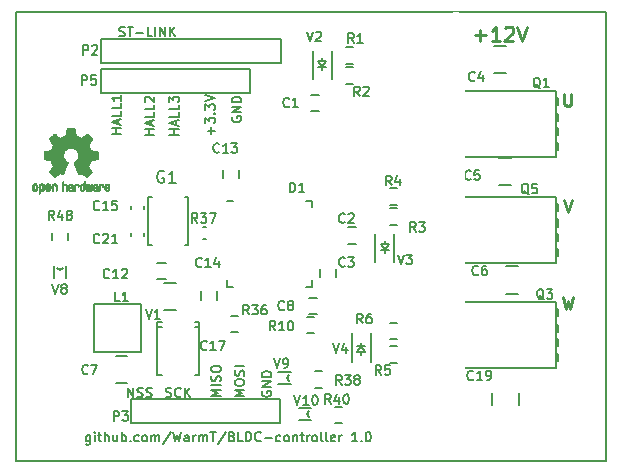
<source format=gto>
G04 #@! TF.FileFunction,Legend,Top*
%FSLAX46Y46*%
G04 Gerber Fmt 4.6, Leading zero omitted, Abs format (unit mm)*
G04 Created by KiCad (PCBNEW 4.0.6-e0-6349~53~ubuntu16.04.1) date Tue Mar 14 23:45:42 2017*
%MOMM*%
%LPD*%
G01*
G04 APERTURE LIST*
%ADD10C,0.150000*%
%ADD11C,0.200000*%
%ADD12C,0.250000*%
%ADD13C,0.010000*%
%ADD14C,1.500000*%
%ADD15C,1.450000*%
%ADD16C,2.050000*%
%ADD17R,1.150000X2.850000*%
%ADD18R,1.050000X1.150000*%
%ADD19R,2.850000X1.650000*%
%ADD20R,0.550000X0.750000*%
%ADD21R,1.790000X1.550000*%
%ADD22R,0.750000X0.950000*%
%ADD23R,1.500000X1.700000*%
%ADD24R,1.700000X1.500000*%
%ADD25R,1.650000X1.650000*%
%ADD26C,1.650000*%
%ADD27R,1.150000X1.050000*%
%ADD28R,0.800000X1.140000*%
%ADD29R,0.870000X0.870000*%
%ADD30R,0.790000X0.870000*%
%ADD31R,1.550000X1.550000*%
%ADD32O,1.200000X0.400000*%
%ADD33O,0.400000X1.200000*%
%ADD34C,2.850000*%
%ADD35R,1.140000X0.800000*%
%ADD36R,0.750000X0.550000*%
%ADD37R,1.300000X0.850000*%
%ADD38R,1.650000X4.850000*%
%ADD39R,3.350000X4.350000*%
%ADD40C,0.254000*%
G04 APERTURE END LIST*
D10*
X156100000Y-110109523D02*
X156061905Y-110185714D01*
X156061905Y-110299999D01*
X156100000Y-110414285D01*
X156176190Y-110490476D01*
X156252381Y-110528571D01*
X156404762Y-110566666D01*
X156519048Y-110566666D01*
X156671429Y-110528571D01*
X156747619Y-110490476D01*
X156823810Y-110414285D01*
X156861905Y-110299999D01*
X156861905Y-110223809D01*
X156823810Y-110109523D01*
X156785714Y-110071428D01*
X156519048Y-110071428D01*
X156519048Y-110223809D01*
X156861905Y-109728571D02*
X156061905Y-109728571D01*
X156861905Y-109271428D01*
X156061905Y-109271428D01*
X156861905Y-108890476D02*
X156061905Y-108890476D01*
X156061905Y-108700000D01*
X156100000Y-108585714D01*
X156176190Y-108509523D01*
X156252381Y-108471428D01*
X156404762Y-108433333D01*
X156519048Y-108433333D01*
X156671429Y-108471428D01*
X156747619Y-108509523D01*
X156823810Y-108585714D01*
X156861905Y-108700000D01*
X156861905Y-108890476D01*
X154611905Y-110507143D02*
X153811905Y-110507143D01*
X154383333Y-110240476D01*
X153811905Y-109973809D01*
X154611905Y-109973809D01*
X153811905Y-109440476D02*
X153811905Y-109288095D01*
X153850000Y-109211904D01*
X153926190Y-109135714D01*
X154078571Y-109097619D01*
X154345238Y-109097619D01*
X154497619Y-109135714D01*
X154573810Y-109211904D01*
X154611905Y-109288095D01*
X154611905Y-109440476D01*
X154573810Y-109516666D01*
X154497619Y-109592857D01*
X154345238Y-109630952D01*
X154078571Y-109630952D01*
X153926190Y-109592857D01*
X153850000Y-109516666D01*
X153811905Y-109440476D01*
X154573810Y-108792857D02*
X154611905Y-108678571D01*
X154611905Y-108488095D01*
X154573810Y-108411905D01*
X154535714Y-108373809D01*
X154459524Y-108335714D01*
X154383333Y-108335714D01*
X154307143Y-108373809D01*
X154269048Y-108411905D01*
X154230952Y-108488095D01*
X154192857Y-108640476D01*
X154154762Y-108716667D01*
X154116667Y-108754762D01*
X154040476Y-108792857D01*
X153964286Y-108792857D01*
X153888095Y-108754762D01*
X153850000Y-108716667D01*
X153811905Y-108640476D01*
X153811905Y-108450000D01*
X153850000Y-108335714D01*
X154611905Y-107992857D02*
X153811905Y-107992857D01*
X147971429Y-110573810D02*
X148085715Y-110611905D01*
X148276191Y-110611905D01*
X148352381Y-110573810D01*
X148390477Y-110535714D01*
X148428572Y-110459524D01*
X148428572Y-110383333D01*
X148390477Y-110307143D01*
X148352381Y-110269048D01*
X148276191Y-110230952D01*
X148123810Y-110192857D01*
X148047619Y-110154762D01*
X148009524Y-110116667D01*
X147971429Y-110040476D01*
X147971429Y-109964286D01*
X148009524Y-109888095D01*
X148047619Y-109850000D01*
X148123810Y-109811905D01*
X148314286Y-109811905D01*
X148428572Y-109850000D01*
X149228572Y-110535714D02*
X149190477Y-110573810D01*
X149076191Y-110611905D01*
X149000001Y-110611905D01*
X148885715Y-110573810D01*
X148809524Y-110497619D01*
X148771429Y-110421429D01*
X148733334Y-110269048D01*
X148733334Y-110154762D01*
X148771429Y-110002381D01*
X148809524Y-109926190D01*
X148885715Y-109850000D01*
X149000001Y-109811905D01*
X149076191Y-109811905D01*
X149190477Y-109850000D01*
X149228572Y-109888095D01*
X149571429Y-110611905D02*
X149571429Y-109811905D01*
X150028572Y-110611905D02*
X149685715Y-110154762D01*
X150028572Y-109811905D02*
X149571429Y-110269048D01*
X144759524Y-110611905D02*
X144759524Y-109811905D01*
X145216667Y-110611905D01*
X145216667Y-109811905D01*
X145559524Y-110573810D02*
X145673810Y-110611905D01*
X145864286Y-110611905D01*
X145940476Y-110573810D01*
X145978572Y-110535714D01*
X146016667Y-110459524D01*
X146016667Y-110383333D01*
X145978572Y-110307143D01*
X145940476Y-110269048D01*
X145864286Y-110230952D01*
X145711905Y-110192857D01*
X145635714Y-110154762D01*
X145597619Y-110116667D01*
X145559524Y-110040476D01*
X145559524Y-109964286D01*
X145597619Y-109888095D01*
X145635714Y-109850000D01*
X145711905Y-109811905D01*
X145902381Y-109811905D01*
X146016667Y-109850000D01*
X146321429Y-110573810D02*
X146435715Y-110611905D01*
X146626191Y-110611905D01*
X146702381Y-110573810D01*
X146740477Y-110535714D01*
X146778572Y-110459524D01*
X146778572Y-110383333D01*
X146740477Y-110307143D01*
X146702381Y-110269048D01*
X146626191Y-110230952D01*
X146473810Y-110192857D01*
X146397619Y-110154762D01*
X146359524Y-110116667D01*
X146321429Y-110040476D01*
X146321429Y-109964286D01*
X146359524Y-109888095D01*
X146397619Y-109850000D01*
X146473810Y-109811905D01*
X146664286Y-109811905D01*
X146778572Y-109850000D01*
X152611905Y-110507143D02*
X151811905Y-110507143D01*
X152383333Y-110240476D01*
X151811905Y-109973809D01*
X152611905Y-109973809D01*
X152611905Y-109592857D02*
X151811905Y-109592857D01*
X152573810Y-109250000D02*
X152611905Y-109135714D01*
X152611905Y-108945238D01*
X152573810Y-108869048D01*
X152535714Y-108830952D01*
X152459524Y-108792857D01*
X152383333Y-108792857D01*
X152307143Y-108830952D01*
X152269048Y-108869048D01*
X152230952Y-108945238D01*
X152192857Y-109097619D01*
X152154762Y-109173810D01*
X152116667Y-109211905D01*
X152040476Y-109250000D01*
X151964286Y-109250000D01*
X151888095Y-109211905D01*
X151850000Y-109173810D01*
X151811905Y-109097619D01*
X151811905Y-108907143D01*
X151850000Y-108792857D01*
X151811905Y-108297619D02*
X151811905Y-108145238D01*
X151850000Y-108069047D01*
X151926190Y-107992857D01*
X152078571Y-107954762D01*
X152345238Y-107954762D01*
X152497619Y-107992857D01*
X152573810Y-108069047D01*
X152611905Y-108145238D01*
X152611905Y-108297619D01*
X152573810Y-108373809D01*
X152497619Y-108450000D01*
X152345238Y-108488095D01*
X152078571Y-108488095D01*
X151926190Y-108450000D01*
X151850000Y-108373809D01*
X151811905Y-108297619D01*
X153600000Y-86859523D02*
X153561905Y-86935714D01*
X153561905Y-87049999D01*
X153600000Y-87164285D01*
X153676190Y-87240476D01*
X153752381Y-87278571D01*
X153904762Y-87316666D01*
X154019048Y-87316666D01*
X154171429Y-87278571D01*
X154247619Y-87240476D01*
X154323810Y-87164285D01*
X154361905Y-87049999D01*
X154361905Y-86973809D01*
X154323810Y-86859523D01*
X154285714Y-86821428D01*
X154019048Y-86821428D01*
X154019048Y-86973809D01*
X154361905Y-86478571D02*
X153561905Y-86478571D01*
X154361905Y-86021428D01*
X153561905Y-86021428D01*
X154361905Y-85640476D02*
X153561905Y-85640476D01*
X153561905Y-85450000D01*
X153600000Y-85335714D01*
X153676190Y-85259523D01*
X153752381Y-85221428D01*
X153904762Y-85183333D01*
X154019048Y-85183333D01*
X154171429Y-85221428D01*
X154247619Y-85259523D01*
X154323810Y-85335714D01*
X154361905Y-85450000D01*
X154361905Y-85640476D01*
X151807143Y-88350000D02*
X151807143Y-87740476D01*
X152111905Y-88045238D02*
X151502381Y-88045238D01*
X151311905Y-87435714D02*
X151311905Y-86940476D01*
X151616667Y-87207143D01*
X151616667Y-87092857D01*
X151654762Y-87016667D01*
X151692857Y-86978571D01*
X151769048Y-86940476D01*
X151959524Y-86940476D01*
X152035714Y-86978571D01*
X152073810Y-87016667D01*
X152111905Y-87092857D01*
X152111905Y-87321429D01*
X152073810Y-87397619D01*
X152035714Y-87435714D01*
X152035714Y-86597619D02*
X152073810Y-86559524D01*
X152111905Y-86597619D01*
X152073810Y-86635714D01*
X152035714Y-86597619D01*
X152111905Y-86597619D01*
X151311905Y-86292857D02*
X151311905Y-85797619D01*
X151616667Y-86064286D01*
X151616667Y-85950000D01*
X151654762Y-85873810D01*
X151692857Y-85835714D01*
X151769048Y-85797619D01*
X151959524Y-85797619D01*
X152035714Y-85835714D01*
X152073810Y-85873810D01*
X152111905Y-85950000D01*
X152111905Y-86178572D01*
X152073810Y-86254762D01*
X152035714Y-86292857D01*
X151311905Y-85569048D02*
X152111905Y-85302381D01*
X151311905Y-85035714D01*
X149061905Y-88400000D02*
X148261905Y-88400000D01*
X148642857Y-88400000D02*
X148642857Y-87942857D01*
X149061905Y-87942857D02*
X148261905Y-87942857D01*
X148833333Y-87600000D02*
X148833333Y-87219048D01*
X149061905Y-87676191D02*
X148261905Y-87409524D01*
X149061905Y-87142857D01*
X149061905Y-86495238D02*
X149061905Y-86876191D01*
X148261905Y-86876191D01*
X149061905Y-85847619D02*
X149061905Y-86228572D01*
X148261905Y-86228572D01*
X148261905Y-85657143D02*
X148261905Y-85161905D01*
X148566667Y-85428572D01*
X148566667Y-85314286D01*
X148604762Y-85238096D01*
X148642857Y-85200000D01*
X148719048Y-85161905D01*
X148909524Y-85161905D01*
X148985714Y-85200000D01*
X149023810Y-85238096D01*
X149061905Y-85314286D01*
X149061905Y-85542858D01*
X149023810Y-85619048D01*
X148985714Y-85657143D01*
X146961905Y-88400000D02*
X146161905Y-88400000D01*
X146542857Y-88400000D02*
X146542857Y-87942857D01*
X146961905Y-87942857D02*
X146161905Y-87942857D01*
X146733333Y-87600000D02*
X146733333Y-87219048D01*
X146961905Y-87676191D02*
X146161905Y-87409524D01*
X146961905Y-87142857D01*
X146961905Y-86495238D02*
X146961905Y-86876191D01*
X146161905Y-86876191D01*
X146961905Y-85847619D02*
X146961905Y-86228572D01*
X146161905Y-86228572D01*
X146238095Y-85619048D02*
X146200000Y-85580953D01*
X146161905Y-85504762D01*
X146161905Y-85314286D01*
X146200000Y-85238096D01*
X146238095Y-85200000D01*
X146314286Y-85161905D01*
X146390476Y-85161905D01*
X146504762Y-85200000D01*
X146961905Y-85657143D01*
X146961905Y-85161905D01*
X144161905Y-88300000D02*
X143361905Y-88300000D01*
X143742857Y-88300000D02*
X143742857Y-87842857D01*
X144161905Y-87842857D02*
X143361905Y-87842857D01*
X143933333Y-87500000D02*
X143933333Y-87119048D01*
X144161905Y-87576191D02*
X143361905Y-87309524D01*
X144161905Y-87042857D01*
X144161905Y-86395238D02*
X144161905Y-86776191D01*
X143361905Y-86776191D01*
X144161905Y-85747619D02*
X144161905Y-86128572D01*
X143361905Y-86128572D01*
X144161905Y-85061905D02*
X144161905Y-85519048D01*
X144161905Y-85290477D02*
X143361905Y-85290477D01*
X143476190Y-85366667D01*
X143552381Y-85442858D01*
X143590476Y-85519048D01*
D11*
X144038096Y-80023810D02*
X144152382Y-80061905D01*
X144342858Y-80061905D01*
X144419048Y-80023810D01*
X144457144Y-79985714D01*
X144495239Y-79909524D01*
X144495239Y-79833333D01*
X144457144Y-79757143D01*
X144419048Y-79719048D01*
X144342858Y-79680952D01*
X144190477Y-79642857D01*
X144114286Y-79604762D01*
X144076191Y-79566667D01*
X144038096Y-79490476D01*
X144038096Y-79414286D01*
X144076191Y-79338095D01*
X144114286Y-79300000D01*
X144190477Y-79261905D01*
X144380953Y-79261905D01*
X144495239Y-79300000D01*
X144723810Y-79261905D02*
X145180953Y-79261905D01*
X144952382Y-80061905D02*
X144952382Y-79261905D01*
X145447620Y-79757143D02*
X146057144Y-79757143D01*
X146819049Y-80061905D02*
X146438096Y-80061905D01*
X146438096Y-79261905D01*
X147085715Y-80061905D02*
X147085715Y-79261905D01*
X147466667Y-80061905D02*
X147466667Y-79261905D01*
X147923810Y-80061905D01*
X147923810Y-79261905D01*
X148304762Y-80061905D02*
X148304762Y-79261905D01*
X148761905Y-80061905D02*
X148419048Y-79604762D01*
X148761905Y-79261905D02*
X148304762Y-79719048D01*
D12*
X174115715Y-79985714D02*
X175030001Y-79985714D01*
X174572858Y-80442857D02*
X174572858Y-79528571D01*
X176230001Y-80442857D02*
X175544286Y-80442857D01*
X175887144Y-80442857D02*
X175887144Y-79242857D01*
X175772858Y-79414286D01*
X175658572Y-79528571D01*
X175544286Y-79585714D01*
X176687143Y-79357143D02*
X176744286Y-79300000D01*
X176858572Y-79242857D01*
X177144286Y-79242857D01*
X177258572Y-79300000D01*
X177315715Y-79357143D01*
X177372858Y-79471429D01*
X177372858Y-79585714D01*
X177315715Y-79757143D01*
X176630001Y-80442857D01*
X177372858Y-80442857D01*
X177715715Y-79242857D02*
X178115715Y-80442857D01*
X178515715Y-79242857D01*
X181571429Y-102157381D02*
X181809524Y-103157381D01*
X182000001Y-102443095D01*
X182190477Y-103157381D01*
X182428572Y-102157381D01*
X181666667Y-93952381D02*
X182000000Y-94952381D01*
X182333334Y-93952381D01*
X181714286Y-84957381D02*
X181714286Y-85766905D01*
X181761905Y-85862143D01*
X181809524Y-85909762D01*
X181904762Y-85957381D01*
X182095239Y-85957381D01*
X182190477Y-85909762D01*
X182238096Y-85862143D01*
X182285715Y-85766905D01*
X182285715Y-84957381D01*
D10*
X141554760Y-113828571D02*
X141554760Y-114476190D01*
X141516665Y-114552381D01*
X141478570Y-114590476D01*
X141402379Y-114628571D01*
X141288094Y-114628571D01*
X141211903Y-114590476D01*
X141554760Y-114323810D02*
X141478570Y-114361905D01*
X141326189Y-114361905D01*
X141249998Y-114323810D01*
X141211903Y-114285714D01*
X141173808Y-114209524D01*
X141173808Y-113980952D01*
X141211903Y-113904762D01*
X141249998Y-113866667D01*
X141326189Y-113828571D01*
X141478570Y-113828571D01*
X141554760Y-113866667D01*
X141935713Y-114361905D02*
X141935713Y-113828571D01*
X141935713Y-113561905D02*
X141897618Y-113600000D01*
X141935713Y-113638095D01*
X141973808Y-113600000D01*
X141935713Y-113561905D01*
X141935713Y-113638095D01*
X142202379Y-113828571D02*
X142507141Y-113828571D01*
X142316665Y-113561905D02*
X142316665Y-114247619D01*
X142354760Y-114323810D01*
X142430951Y-114361905D01*
X142507141Y-114361905D01*
X142773808Y-114361905D02*
X142773808Y-113561905D01*
X143116665Y-114361905D02*
X143116665Y-113942857D01*
X143078570Y-113866667D01*
X143002380Y-113828571D01*
X142888094Y-113828571D01*
X142811903Y-113866667D01*
X142773808Y-113904762D01*
X143840475Y-113828571D02*
X143840475Y-114361905D01*
X143497618Y-113828571D02*
X143497618Y-114247619D01*
X143535713Y-114323810D01*
X143611904Y-114361905D01*
X143726190Y-114361905D01*
X143802380Y-114323810D01*
X143840475Y-114285714D01*
X144221428Y-114361905D02*
X144221428Y-113561905D01*
X144221428Y-113866667D02*
X144297619Y-113828571D01*
X144450000Y-113828571D01*
X144526190Y-113866667D01*
X144564285Y-113904762D01*
X144602381Y-113980952D01*
X144602381Y-114209524D01*
X144564285Y-114285714D01*
X144526190Y-114323810D01*
X144450000Y-114361905D01*
X144297619Y-114361905D01*
X144221428Y-114323810D01*
X144945238Y-114285714D02*
X144983333Y-114323810D01*
X144945238Y-114361905D01*
X144907143Y-114323810D01*
X144945238Y-114285714D01*
X144945238Y-114361905D01*
X145669047Y-114323810D02*
X145592857Y-114361905D01*
X145440476Y-114361905D01*
X145364285Y-114323810D01*
X145326190Y-114285714D01*
X145288095Y-114209524D01*
X145288095Y-113980952D01*
X145326190Y-113904762D01*
X145364285Y-113866667D01*
X145440476Y-113828571D01*
X145592857Y-113828571D01*
X145669047Y-113866667D01*
X146126190Y-114361905D02*
X146049999Y-114323810D01*
X146011904Y-114285714D01*
X145973809Y-114209524D01*
X145973809Y-113980952D01*
X146011904Y-113904762D01*
X146049999Y-113866667D01*
X146126190Y-113828571D01*
X146240476Y-113828571D01*
X146316666Y-113866667D01*
X146354761Y-113904762D01*
X146392857Y-113980952D01*
X146392857Y-114209524D01*
X146354761Y-114285714D01*
X146316666Y-114323810D01*
X146240476Y-114361905D01*
X146126190Y-114361905D01*
X146735714Y-114361905D02*
X146735714Y-113828571D01*
X146735714Y-113904762D02*
X146773809Y-113866667D01*
X146850000Y-113828571D01*
X146964286Y-113828571D01*
X147040476Y-113866667D01*
X147078571Y-113942857D01*
X147078571Y-114361905D01*
X147078571Y-113942857D02*
X147116667Y-113866667D01*
X147192857Y-113828571D01*
X147307143Y-113828571D01*
X147383333Y-113866667D01*
X147421428Y-113942857D01*
X147421428Y-114361905D01*
X148373810Y-113523810D02*
X147688095Y-114552381D01*
X148564286Y-113561905D02*
X148754762Y-114361905D01*
X148907143Y-113790476D01*
X149059524Y-114361905D01*
X149250000Y-113561905D01*
X149897619Y-114361905D02*
X149897619Y-113942857D01*
X149859524Y-113866667D01*
X149783334Y-113828571D01*
X149630953Y-113828571D01*
X149554762Y-113866667D01*
X149897619Y-114323810D02*
X149821429Y-114361905D01*
X149630953Y-114361905D01*
X149554762Y-114323810D01*
X149516667Y-114247619D01*
X149516667Y-114171429D01*
X149554762Y-114095238D01*
X149630953Y-114057143D01*
X149821429Y-114057143D01*
X149897619Y-114019048D01*
X150278572Y-114361905D02*
X150278572Y-113828571D01*
X150278572Y-113980952D02*
X150316667Y-113904762D01*
X150354763Y-113866667D01*
X150430953Y-113828571D01*
X150507144Y-113828571D01*
X150773810Y-114361905D02*
X150773810Y-113828571D01*
X150773810Y-113904762D02*
X150811905Y-113866667D01*
X150888096Y-113828571D01*
X151002382Y-113828571D01*
X151078572Y-113866667D01*
X151116667Y-113942857D01*
X151116667Y-114361905D01*
X151116667Y-113942857D02*
X151154763Y-113866667D01*
X151230953Y-113828571D01*
X151345239Y-113828571D01*
X151421429Y-113866667D01*
X151459524Y-113942857D01*
X151459524Y-114361905D01*
X151726191Y-113561905D02*
X152183334Y-113561905D01*
X151954763Y-114361905D02*
X151954763Y-113561905D01*
X153021430Y-113523810D02*
X152335715Y-114552381D01*
X153554763Y-113942857D02*
X153669049Y-113980952D01*
X153707144Y-114019048D01*
X153745239Y-114095238D01*
X153745239Y-114209524D01*
X153707144Y-114285714D01*
X153669049Y-114323810D01*
X153592858Y-114361905D01*
X153288096Y-114361905D01*
X153288096Y-113561905D01*
X153554763Y-113561905D01*
X153630953Y-113600000D01*
X153669049Y-113638095D01*
X153707144Y-113714286D01*
X153707144Y-113790476D01*
X153669049Y-113866667D01*
X153630953Y-113904762D01*
X153554763Y-113942857D01*
X153288096Y-113942857D01*
X154469049Y-114361905D02*
X154088096Y-114361905D01*
X154088096Y-113561905D01*
X154735715Y-114361905D02*
X154735715Y-113561905D01*
X154926191Y-113561905D01*
X155040477Y-113600000D01*
X155116668Y-113676190D01*
X155154763Y-113752381D01*
X155192858Y-113904762D01*
X155192858Y-114019048D01*
X155154763Y-114171429D01*
X155116668Y-114247619D01*
X155040477Y-114323810D01*
X154926191Y-114361905D01*
X154735715Y-114361905D01*
X155992858Y-114285714D02*
X155954763Y-114323810D01*
X155840477Y-114361905D01*
X155764287Y-114361905D01*
X155650001Y-114323810D01*
X155573810Y-114247619D01*
X155535715Y-114171429D01*
X155497620Y-114019048D01*
X155497620Y-113904762D01*
X155535715Y-113752381D01*
X155573810Y-113676190D01*
X155650001Y-113600000D01*
X155764287Y-113561905D01*
X155840477Y-113561905D01*
X155954763Y-113600000D01*
X155992858Y-113638095D01*
X156335715Y-114057143D02*
X156945239Y-114057143D01*
X157669048Y-114323810D02*
X157592858Y-114361905D01*
X157440477Y-114361905D01*
X157364286Y-114323810D01*
X157326191Y-114285714D01*
X157288096Y-114209524D01*
X157288096Y-113980952D01*
X157326191Y-113904762D01*
X157364286Y-113866667D01*
X157440477Y-113828571D01*
X157592858Y-113828571D01*
X157669048Y-113866667D01*
X158126191Y-114361905D02*
X158050000Y-114323810D01*
X158011905Y-114285714D01*
X157973810Y-114209524D01*
X157973810Y-113980952D01*
X158011905Y-113904762D01*
X158050000Y-113866667D01*
X158126191Y-113828571D01*
X158240477Y-113828571D01*
X158316667Y-113866667D01*
X158354762Y-113904762D01*
X158392858Y-113980952D01*
X158392858Y-114209524D01*
X158354762Y-114285714D01*
X158316667Y-114323810D01*
X158240477Y-114361905D01*
X158126191Y-114361905D01*
X158735715Y-113828571D02*
X158735715Y-114361905D01*
X158735715Y-113904762D02*
X158773810Y-113866667D01*
X158850001Y-113828571D01*
X158964287Y-113828571D01*
X159040477Y-113866667D01*
X159078572Y-113942857D01*
X159078572Y-114361905D01*
X159345239Y-113828571D02*
X159650001Y-113828571D01*
X159459525Y-113561905D02*
X159459525Y-114247619D01*
X159497620Y-114323810D01*
X159573811Y-114361905D01*
X159650001Y-114361905D01*
X159916668Y-114361905D02*
X159916668Y-113828571D01*
X159916668Y-113980952D02*
X159954763Y-113904762D01*
X159992859Y-113866667D01*
X160069049Y-113828571D01*
X160145240Y-113828571D01*
X160526192Y-114361905D02*
X160450001Y-114323810D01*
X160411906Y-114285714D01*
X160373811Y-114209524D01*
X160373811Y-113980952D01*
X160411906Y-113904762D01*
X160450001Y-113866667D01*
X160526192Y-113828571D01*
X160640478Y-113828571D01*
X160716668Y-113866667D01*
X160754763Y-113904762D01*
X160792859Y-113980952D01*
X160792859Y-114209524D01*
X160754763Y-114285714D01*
X160716668Y-114323810D01*
X160640478Y-114361905D01*
X160526192Y-114361905D01*
X161250002Y-114361905D02*
X161173811Y-114323810D01*
X161135716Y-114247619D01*
X161135716Y-113561905D01*
X161669050Y-114361905D02*
X161592859Y-114323810D01*
X161554764Y-114247619D01*
X161554764Y-113561905D01*
X162278574Y-114323810D02*
X162202384Y-114361905D01*
X162050003Y-114361905D01*
X161973812Y-114323810D01*
X161935717Y-114247619D01*
X161935717Y-113942857D01*
X161973812Y-113866667D01*
X162050003Y-113828571D01*
X162202384Y-113828571D01*
X162278574Y-113866667D01*
X162316669Y-113942857D01*
X162316669Y-114019048D01*
X161935717Y-114095238D01*
X162659526Y-114361905D02*
X162659526Y-113828571D01*
X162659526Y-113980952D02*
X162697621Y-113904762D01*
X162735717Y-113866667D01*
X162811907Y-113828571D01*
X162888098Y-113828571D01*
X164183336Y-114361905D02*
X163726193Y-114361905D01*
X163954764Y-114361905D02*
X163954764Y-113561905D01*
X163878574Y-113676190D01*
X163802383Y-113752381D01*
X163726193Y-113790476D01*
X164526193Y-114285714D02*
X164564288Y-114323810D01*
X164526193Y-114361905D01*
X164488098Y-114323810D01*
X164526193Y-114285714D01*
X164526193Y-114361905D01*
X165059526Y-113561905D02*
X165135717Y-113561905D01*
X165211907Y-113600000D01*
X165250002Y-113638095D01*
X165288098Y-113714286D01*
X165326193Y-113866667D01*
X165326193Y-114057143D01*
X165288098Y-114209524D01*
X165250002Y-114285714D01*
X165211907Y-114323810D01*
X165135717Y-114361905D01*
X165059526Y-114361905D01*
X164983336Y-114323810D01*
X164945240Y-114285714D01*
X164907145Y-114209524D01*
X164869050Y-114057143D01*
X164869050Y-113866667D01*
X164907145Y-113714286D01*
X164945240Y-113638095D01*
X164983336Y-113600000D01*
X165059526Y-113561905D01*
X135250000Y-116000000D02*
X135250000Y-78000000D01*
X185250000Y-116000000D02*
X135250000Y-116005000D01*
X185250000Y-78000000D02*
X185250000Y-116000000D01*
X135250000Y-78000000D02*
X185250000Y-78000000D01*
X141900000Y-106750000D02*
X141900000Y-102750000D01*
X141900000Y-102750000D02*
X145900000Y-102750000D01*
X145900000Y-102750000D02*
X145900000Y-106750000D01*
X145900000Y-106750000D02*
X141900000Y-106750000D01*
X160950000Y-86380000D02*
X160250000Y-86380000D01*
X160250000Y-85020000D02*
X160950000Y-85020000D01*
X146450000Y-97700000D02*
X146750000Y-97700000D01*
X146450000Y-93700000D02*
X146750000Y-93700000D01*
X149850000Y-93700000D02*
X149550000Y-93700000D01*
X149850000Y-97700000D02*
X149550000Y-97700000D01*
X149850000Y-93700000D02*
X149850000Y-97700000D01*
X146450000Y-93700000D02*
X146450000Y-97700000D01*
X159900000Y-112055000D02*
X160100000Y-112305000D01*
X160100000Y-111805000D02*
X159900000Y-112055000D01*
X160250000Y-111530000D02*
X159200000Y-111530000D01*
X160250000Y-112580000D02*
X159200000Y-112580000D01*
X158200000Y-109005000D02*
X158400000Y-109255000D01*
X158400000Y-108755000D02*
X158200000Y-109005000D01*
X158550000Y-108480000D02*
X157500000Y-108480000D01*
X158550000Y-109530000D02*
X157500000Y-109530000D01*
X147249940Y-104700860D02*
X147600460Y-104700860D01*
X150750060Y-104700860D02*
X150399540Y-104700860D01*
X147249940Y-108750440D02*
X147600460Y-108750440D01*
X147249940Y-104249560D02*
X147600460Y-104249560D01*
X150750060Y-104249560D02*
X150399540Y-104249560D01*
X150750060Y-108750440D02*
X150399540Y-108750440D01*
X147249940Y-104249560D02*
X147249940Y-108750440D01*
X150750060Y-104249560D02*
X150750060Y-108750440D01*
X161200000Y-82150000D02*
X161200000Y-81900000D01*
X161200000Y-82650000D02*
X161200000Y-82900000D01*
X161200000Y-82650000D02*
X160850000Y-82150000D01*
X160850000Y-82150000D02*
X161550000Y-82150000D01*
X161550000Y-82150000D02*
X161200000Y-82650000D01*
X160850000Y-82650000D02*
X161550000Y-82650000D01*
X162000000Y-83700000D02*
X162000000Y-81300000D01*
X160400000Y-83700000D02*
X160400000Y-81300000D01*
X176750000Y-80850000D02*
X175750000Y-80850000D01*
X175750000Y-83150000D02*
X176750000Y-83150000D01*
X166500000Y-97655000D02*
X166500000Y-97405000D01*
X166500000Y-98155000D02*
X166500000Y-98405000D01*
X166500000Y-98155000D02*
X166150000Y-97655000D01*
X166150000Y-97655000D02*
X166850000Y-97655000D01*
X166850000Y-97655000D02*
X166500000Y-98155000D01*
X166150000Y-98155000D02*
X166850000Y-98155000D01*
X167300000Y-99205000D02*
X167300000Y-96805000D01*
X165700000Y-99205000D02*
X165700000Y-96805000D01*
X164500000Y-106755000D02*
X164500000Y-107005000D01*
X164500000Y-106255000D02*
X164500000Y-106005000D01*
X164500000Y-106255000D02*
X164850000Y-106755000D01*
X164850000Y-106755000D02*
X164150000Y-106755000D01*
X164150000Y-106755000D02*
X164500000Y-106255000D01*
X164850000Y-106255000D02*
X164150000Y-106255000D01*
X163700000Y-105205000D02*
X163700000Y-107605000D01*
X165300000Y-105205000D02*
X165300000Y-107605000D01*
X177800000Y-99550000D02*
X176800000Y-99550000D01*
X176800000Y-101850000D02*
X177800000Y-101850000D01*
X144700000Y-107100000D02*
X143700000Y-107100000D01*
X143700000Y-109400000D02*
X144700000Y-109400000D01*
X147800000Y-103250000D02*
X148800000Y-103250000D01*
X148800000Y-100950000D02*
X147800000Y-100950000D01*
X177200000Y-90350000D02*
X176200000Y-90350000D01*
X176200000Y-92650000D02*
X177200000Y-92650000D01*
X177900000Y-111290000D02*
X177900000Y-110290000D01*
X175600000Y-110290000D02*
X175600000Y-111290000D01*
X150130000Y-84820000D02*
X155110000Y-84820000D01*
X150130000Y-82820000D02*
X155110000Y-82820000D01*
X142510000Y-82820000D02*
X142510000Y-84820000D01*
X155110000Y-82820000D02*
X155110000Y-84820000D01*
X142510000Y-82820000D02*
X150130000Y-82820000D01*
X150130000Y-84820000D02*
X142510000Y-84820000D01*
X150130000Y-82280000D02*
X157750000Y-82280000D01*
X150130000Y-80280000D02*
X157750000Y-80280000D01*
X142510000Y-80280000D02*
X142510000Y-82280000D01*
X157750000Y-80280000D02*
X157750000Y-82280000D01*
X142510000Y-80280000D02*
X150130000Y-80280000D01*
X150130000Y-82280000D02*
X142510000Y-82280000D01*
X152670000Y-112760000D02*
X157650000Y-112760000D01*
X152670000Y-110760000D02*
X157650000Y-110760000D01*
X145050000Y-110760000D02*
X145050000Y-112760000D01*
X157650000Y-110760000D02*
X157650000Y-112760000D01*
X145050000Y-110760000D02*
X152670000Y-110760000D01*
X152670000Y-112760000D02*
X145050000Y-112760000D01*
X147950000Y-100580000D02*
X147250000Y-100580000D01*
X147250000Y-99220000D02*
X147950000Y-99220000D01*
X152820000Y-92100000D02*
X152820000Y-91400000D01*
X154180000Y-91400000D02*
X154180000Y-92100000D01*
X152280000Y-101650000D02*
X152280000Y-102350000D01*
X150920000Y-102350000D02*
X150920000Y-101650000D01*
X164050000Y-97605000D02*
X163350000Y-97605000D01*
X163350000Y-96245000D02*
X164050000Y-96245000D01*
X161020000Y-100450000D02*
X161020000Y-99750000D01*
X162380000Y-99750000D02*
X162380000Y-100450000D01*
X163200000Y-81000000D02*
X163800000Y-81000000D01*
X163800000Y-82400000D02*
X163200000Y-82400000D01*
X163200000Y-82700000D02*
X163800000Y-82700000D01*
X163800000Y-84100000D02*
X163200000Y-84100000D01*
X166900000Y-94605000D02*
X167500000Y-94605000D01*
X167500000Y-96005000D02*
X166900000Y-96005000D01*
X166910000Y-92905000D02*
X167510000Y-92905000D01*
X167510000Y-94305000D02*
X166910000Y-94305000D01*
X166950000Y-106305000D02*
X167550000Y-106305000D01*
X167550000Y-107705000D02*
X166950000Y-107705000D01*
X166950000Y-104305000D02*
X167550000Y-104305000D01*
X167550000Y-105705000D02*
X166950000Y-105705000D01*
X162250000Y-111405000D02*
X162850000Y-111405000D01*
X162850000Y-112805000D02*
X162250000Y-112805000D01*
X160500000Y-105200000D02*
X159900000Y-105200000D01*
X159900000Y-103800000D02*
X160500000Y-103800000D01*
X160050000Y-102220000D02*
X160750000Y-102220000D01*
X160750000Y-103580000D02*
X160050000Y-103580000D01*
X154100000Y-105100000D02*
X153500000Y-105100000D01*
X153500000Y-103700000D02*
X154100000Y-103700000D01*
X160550000Y-108405000D02*
X161150000Y-108405000D01*
X161150000Y-109805000D02*
X160550000Y-109805000D01*
X146150000Y-94400000D02*
X146150000Y-94700000D01*
X145050000Y-94700000D02*
X145050000Y-94400000D01*
X145050000Y-97000000D02*
X145050000Y-96700000D01*
X146150000Y-96700000D02*
X146150000Y-97000000D01*
X151080000Y-96200000D02*
X151320000Y-96200000D01*
X151320000Y-97200000D02*
X151080000Y-97200000D01*
D13*
G36*
X137499744Y-92519918D02*
X137555201Y-92547568D01*
X137604148Y-92598480D01*
X137617629Y-92617338D01*
X137632314Y-92642015D01*
X137641842Y-92668816D01*
X137647293Y-92704587D01*
X137649747Y-92756169D01*
X137650286Y-92824267D01*
X137647852Y-92917588D01*
X137639394Y-92987657D01*
X137623174Y-93039931D01*
X137597454Y-93079869D01*
X137560497Y-93112929D01*
X137557782Y-93114886D01*
X137521360Y-93134908D01*
X137477502Y-93144815D01*
X137421724Y-93147257D01*
X137331048Y-93147257D01*
X137331010Y-93235283D01*
X137330166Y-93284308D01*
X137325024Y-93313065D01*
X137311587Y-93330311D01*
X137285858Y-93344808D01*
X137279679Y-93347769D01*
X137250764Y-93361648D01*
X137228376Y-93370414D01*
X137211729Y-93371171D01*
X137200036Y-93361023D01*
X137192510Y-93337073D01*
X137188366Y-93296426D01*
X137186815Y-93236186D01*
X137187071Y-93153455D01*
X137188349Y-93045339D01*
X137188748Y-93013000D01*
X137190185Y-92901524D01*
X137191472Y-92828603D01*
X137330971Y-92828603D01*
X137331755Y-92890499D01*
X137335240Y-92930997D01*
X137343124Y-92957708D01*
X137357105Y-92978244D01*
X137366597Y-92988260D01*
X137405404Y-93017567D01*
X137439763Y-93019952D01*
X137475216Y-92995750D01*
X137476114Y-92994857D01*
X137490539Y-92976153D01*
X137499313Y-92950732D01*
X137503739Y-92911584D01*
X137505118Y-92851697D01*
X137505143Y-92838430D01*
X137501812Y-92755901D01*
X137490969Y-92698691D01*
X137471340Y-92663766D01*
X137441650Y-92648094D01*
X137424491Y-92646514D01*
X137383766Y-92653926D01*
X137355832Y-92678330D01*
X137339017Y-92722980D01*
X137331650Y-92791130D01*
X137330971Y-92828603D01*
X137191472Y-92828603D01*
X137191708Y-92815245D01*
X137193677Y-92750333D01*
X137196450Y-92702958D01*
X137200388Y-92669290D01*
X137205849Y-92645498D01*
X137213192Y-92627753D01*
X137222777Y-92612224D01*
X137226887Y-92606381D01*
X137281405Y-92551185D01*
X137350336Y-92519890D01*
X137430072Y-92511165D01*
X137499744Y-92519918D01*
X137499744Y-92519918D01*
G37*
X137499744Y-92519918D02*
X137555201Y-92547568D01*
X137604148Y-92598480D01*
X137617629Y-92617338D01*
X137632314Y-92642015D01*
X137641842Y-92668816D01*
X137647293Y-92704587D01*
X137649747Y-92756169D01*
X137650286Y-92824267D01*
X137647852Y-92917588D01*
X137639394Y-92987657D01*
X137623174Y-93039931D01*
X137597454Y-93079869D01*
X137560497Y-93112929D01*
X137557782Y-93114886D01*
X137521360Y-93134908D01*
X137477502Y-93144815D01*
X137421724Y-93147257D01*
X137331048Y-93147257D01*
X137331010Y-93235283D01*
X137330166Y-93284308D01*
X137325024Y-93313065D01*
X137311587Y-93330311D01*
X137285858Y-93344808D01*
X137279679Y-93347769D01*
X137250764Y-93361648D01*
X137228376Y-93370414D01*
X137211729Y-93371171D01*
X137200036Y-93361023D01*
X137192510Y-93337073D01*
X137188366Y-93296426D01*
X137186815Y-93236186D01*
X137187071Y-93153455D01*
X137188349Y-93045339D01*
X137188748Y-93013000D01*
X137190185Y-92901524D01*
X137191472Y-92828603D01*
X137330971Y-92828603D01*
X137331755Y-92890499D01*
X137335240Y-92930997D01*
X137343124Y-92957708D01*
X137357105Y-92978244D01*
X137366597Y-92988260D01*
X137405404Y-93017567D01*
X137439763Y-93019952D01*
X137475216Y-92995750D01*
X137476114Y-92994857D01*
X137490539Y-92976153D01*
X137499313Y-92950732D01*
X137503739Y-92911584D01*
X137505118Y-92851697D01*
X137505143Y-92838430D01*
X137501812Y-92755901D01*
X137490969Y-92698691D01*
X137471340Y-92663766D01*
X137441650Y-92648094D01*
X137424491Y-92646514D01*
X137383766Y-92653926D01*
X137355832Y-92678330D01*
X137339017Y-92722980D01*
X137331650Y-92791130D01*
X137330971Y-92828603D01*
X137191472Y-92828603D01*
X137191708Y-92815245D01*
X137193677Y-92750333D01*
X137196450Y-92702958D01*
X137200388Y-92669290D01*
X137205849Y-92645498D01*
X137213192Y-92627753D01*
X137222777Y-92612224D01*
X137226887Y-92606381D01*
X137281405Y-92551185D01*
X137350336Y-92519890D01*
X137430072Y-92511165D01*
X137499744Y-92519918D01*
G36*
X138616093Y-92527780D02*
X138662672Y-92554723D01*
X138695057Y-92581466D01*
X138718742Y-92609484D01*
X138735059Y-92643748D01*
X138745339Y-92689227D01*
X138750914Y-92750892D01*
X138753116Y-92833711D01*
X138753371Y-92893246D01*
X138753371Y-93112391D01*
X138691686Y-93140044D01*
X138630000Y-93167697D01*
X138622743Y-92927670D01*
X138619744Y-92838028D01*
X138616598Y-92772962D01*
X138612701Y-92728026D01*
X138607447Y-92698770D01*
X138600231Y-92680748D01*
X138590450Y-92669511D01*
X138587312Y-92667079D01*
X138539761Y-92648083D01*
X138491697Y-92655600D01*
X138463086Y-92675543D01*
X138451447Y-92689675D01*
X138443391Y-92708220D01*
X138438271Y-92736334D01*
X138435441Y-92779173D01*
X138434256Y-92841895D01*
X138434057Y-92907261D01*
X138434018Y-92989268D01*
X138432614Y-93047316D01*
X138427914Y-93086465D01*
X138417987Y-93111780D01*
X138400903Y-93128323D01*
X138374732Y-93141156D01*
X138339775Y-93154491D01*
X138301596Y-93169007D01*
X138306141Y-92911389D01*
X138307971Y-92818519D01*
X138310112Y-92749889D01*
X138313181Y-92700711D01*
X138317794Y-92666198D01*
X138324568Y-92641562D01*
X138334119Y-92622016D01*
X138345634Y-92604770D01*
X138401190Y-92549680D01*
X138468980Y-92517822D01*
X138542713Y-92510191D01*
X138616093Y-92527780D01*
X138616093Y-92527780D01*
G37*
X138616093Y-92527780D02*
X138662672Y-92554723D01*
X138695057Y-92581466D01*
X138718742Y-92609484D01*
X138735059Y-92643748D01*
X138745339Y-92689227D01*
X138750914Y-92750892D01*
X138753116Y-92833711D01*
X138753371Y-92893246D01*
X138753371Y-93112391D01*
X138691686Y-93140044D01*
X138630000Y-93167697D01*
X138622743Y-92927670D01*
X138619744Y-92838028D01*
X138616598Y-92772962D01*
X138612701Y-92728026D01*
X138607447Y-92698770D01*
X138600231Y-92680748D01*
X138590450Y-92669511D01*
X138587312Y-92667079D01*
X138539761Y-92648083D01*
X138491697Y-92655600D01*
X138463086Y-92675543D01*
X138451447Y-92689675D01*
X138443391Y-92708220D01*
X138438271Y-92736334D01*
X138435441Y-92779173D01*
X138434256Y-92841895D01*
X138434057Y-92907261D01*
X138434018Y-92989268D01*
X138432614Y-93047316D01*
X138427914Y-93086465D01*
X138417987Y-93111780D01*
X138400903Y-93128323D01*
X138374732Y-93141156D01*
X138339775Y-93154491D01*
X138301596Y-93169007D01*
X138306141Y-92911389D01*
X138307971Y-92818519D01*
X138310112Y-92749889D01*
X138313181Y-92700711D01*
X138317794Y-92666198D01*
X138324568Y-92641562D01*
X138334119Y-92622016D01*
X138345634Y-92604770D01*
X138401190Y-92549680D01*
X138468980Y-92517822D01*
X138542713Y-92510191D01*
X138616093Y-92527780D01*
G36*
X136941115Y-92521962D02*
X137009145Y-92557733D01*
X137059351Y-92615301D01*
X137077185Y-92652312D01*
X137091063Y-92707882D01*
X137098167Y-92778096D01*
X137098840Y-92854727D01*
X137093427Y-92929552D01*
X137082270Y-92994342D01*
X137065714Y-93040873D01*
X137060626Y-93048887D01*
X137000355Y-93108707D01*
X136928769Y-93144535D01*
X136851092Y-93155020D01*
X136772548Y-93138810D01*
X136750689Y-93129092D01*
X136708122Y-93099143D01*
X136670763Y-93059433D01*
X136667232Y-93054397D01*
X136652881Y-93030124D01*
X136643394Y-93004178D01*
X136637790Y-92970022D01*
X136635086Y-92921119D01*
X136634299Y-92850935D01*
X136634286Y-92835200D01*
X136634322Y-92830192D01*
X136779429Y-92830192D01*
X136780273Y-92896430D01*
X136783596Y-92940386D01*
X136790583Y-92968779D01*
X136802416Y-92988325D01*
X136808457Y-92994857D01*
X136843186Y-93019680D01*
X136876903Y-93018548D01*
X136910995Y-92997016D01*
X136931329Y-92974029D01*
X136943371Y-92940478D01*
X136950134Y-92887569D01*
X136950598Y-92881399D01*
X136951752Y-92785513D01*
X136939688Y-92714299D01*
X136914570Y-92668194D01*
X136876560Y-92647635D01*
X136862992Y-92646514D01*
X136827364Y-92652152D01*
X136802994Y-92671686D01*
X136788093Y-92709042D01*
X136780875Y-92768150D01*
X136779429Y-92830192D01*
X136634322Y-92830192D01*
X136634826Y-92760413D01*
X136637096Y-92708159D01*
X136642068Y-92671949D01*
X136650713Y-92645299D01*
X136664005Y-92621722D01*
X136666943Y-92617338D01*
X136716313Y-92558249D01*
X136770109Y-92523947D01*
X136835602Y-92510331D01*
X136857842Y-92509665D01*
X136941115Y-92521962D01*
X136941115Y-92521962D01*
G37*
X136941115Y-92521962D02*
X137009145Y-92557733D01*
X137059351Y-92615301D01*
X137077185Y-92652312D01*
X137091063Y-92707882D01*
X137098167Y-92778096D01*
X137098840Y-92854727D01*
X137093427Y-92929552D01*
X137082270Y-92994342D01*
X137065714Y-93040873D01*
X137060626Y-93048887D01*
X137000355Y-93108707D01*
X136928769Y-93144535D01*
X136851092Y-93155020D01*
X136772548Y-93138810D01*
X136750689Y-93129092D01*
X136708122Y-93099143D01*
X136670763Y-93059433D01*
X136667232Y-93054397D01*
X136652881Y-93030124D01*
X136643394Y-93004178D01*
X136637790Y-92970022D01*
X136635086Y-92921119D01*
X136634299Y-92850935D01*
X136634286Y-92835200D01*
X136634322Y-92830192D01*
X136779429Y-92830192D01*
X136780273Y-92896430D01*
X136783596Y-92940386D01*
X136790583Y-92968779D01*
X136802416Y-92988325D01*
X136808457Y-92994857D01*
X136843186Y-93019680D01*
X136876903Y-93018548D01*
X136910995Y-92997016D01*
X136931329Y-92974029D01*
X136943371Y-92940478D01*
X136950134Y-92887569D01*
X136950598Y-92881399D01*
X136951752Y-92785513D01*
X136939688Y-92714299D01*
X136914570Y-92668194D01*
X136876560Y-92647635D01*
X136862992Y-92646514D01*
X136827364Y-92652152D01*
X136802994Y-92671686D01*
X136788093Y-92709042D01*
X136780875Y-92768150D01*
X136779429Y-92830192D01*
X136634322Y-92830192D01*
X136634826Y-92760413D01*
X136637096Y-92708159D01*
X136642068Y-92671949D01*
X136650713Y-92645299D01*
X136664005Y-92621722D01*
X136666943Y-92617338D01*
X136716313Y-92558249D01*
X136770109Y-92523947D01*
X136835602Y-92510331D01*
X136857842Y-92509665D01*
X136941115Y-92521962D01*
G36*
X138068303Y-92531239D02*
X138125527Y-92569735D01*
X138169749Y-92625335D01*
X138196167Y-92696086D01*
X138201510Y-92748162D01*
X138200903Y-92769893D01*
X138195822Y-92786531D01*
X138181855Y-92801437D01*
X138154589Y-92817973D01*
X138109612Y-92839498D01*
X138042511Y-92869374D01*
X138042171Y-92869524D01*
X137980407Y-92897813D01*
X137929759Y-92922933D01*
X137895404Y-92942179D01*
X137882518Y-92952848D01*
X137882514Y-92952934D01*
X137893872Y-92976166D01*
X137920431Y-93001774D01*
X137950923Y-93020221D01*
X137966370Y-93023886D01*
X138008515Y-93011212D01*
X138044808Y-92979471D01*
X138062517Y-92944572D01*
X138079552Y-92918845D01*
X138112922Y-92889546D01*
X138152149Y-92864235D01*
X138186756Y-92850471D01*
X138193993Y-92849714D01*
X138202139Y-92862160D01*
X138202630Y-92893972D01*
X138196643Y-92936866D01*
X138185357Y-92982558D01*
X138169950Y-93022761D01*
X138169171Y-93024322D01*
X138122804Y-93089062D01*
X138062711Y-93133097D01*
X137994465Y-93154711D01*
X137923638Y-93152185D01*
X137855804Y-93123804D01*
X137852788Y-93121808D01*
X137799427Y-93073448D01*
X137764340Y-93010352D01*
X137744922Y-92927387D01*
X137742316Y-92904078D01*
X137737701Y-92794055D01*
X137743233Y-92742748D01*
X137882514Y-92742748D01*
X137884324Y-92774753D01*
X137894222Y-92784093D01*
X137918898Y-92777105D01*
X137957795Y-92760587D01*
X138001275Y-92739881D01*
X138002356Y-92739333D01*
X138039209Y-92719949D01*
X138054000Y-92707013D01*
X138050353Y-92693451D01*
X138034995Y-92675632D01*
X137995923Y-92649845D01*
X137953846Y-92647950D01*
X137916103Y-92666717D01*
X137890034Y-92702915D01*
X137882514Y-92742748D01*
X137743233Y-92742748D01*
X137747194Y-92706027D01*
X137771550Y-92636212D01*
X137805456Y-92587302D01*
X137866653Y-92537878D01*
X137934063Y-92513359D01*
X138002880Y-92511797D01*
X138068303Y-92531239D01*
X138068303Y-92531239D01*
G37*
X138068303Y-92531239D02*
X138125527Y-92569735D01*
X138169749Y-92625335D01*
X138196167Y-92696086D01*
X138201510Y-92748162D01*
X138200903Y-92769893D01*
X138195822Y-92786531D01*
X138181855Y-92801437D01*
X138154589Y-92817973D01*
X138109612Y-92839498D01*
X138042511Y-92869374D01*
X138042171Y-92869524D01*
X137980407Y-92897813D01*
X137929759Y-92922933D01*
X137895404Y-92942179D01*
X137882518Y-92952848D01*
X137882514Y-92952934D01*
X137893872Y-92976166D01*
X137920431Y-93001774D01*
X137950923Y-93020221D01*
X137966370Y-93023886D01*
X138008515Y-93011212D01*
X138044808Y-92979471D01*
X138062517Y-92944572D01*
X138079552Y-92918845D01*
X138112922Y-92889546D01*
X138152149Y-92864235D01*
X138186756Y-92850471D01*
X138193993Y-92849714D01*
X138202139Y-92862160D01*
X138202630Y-92893972D01*
X138196643Y-92936866D01*
X138185357Y-92982558D01*
X138169950Y-93022761D01*
X138169171Y-93024322D01*
X138122804Y-93089062D01*
X138062711Y-93133097D01*
X137994465Y-93154711D01*
X137923638Y-93152185D01*
X137855804Y-93123804D01*
X137852788Y-93121808D01*
X137799427Y-93073448D01*
X137764340Y-93010352D01*
X137744922Y-92927387D01*
X137742316Y-92904078D01*
X137737701Y-92794055D01*
X137743233Y-92742748D01*
X137882514Y-92742748D01*
X137884324Y-92774753D01*
X137894222Y-92784093D01*
X137918898Y-92777105D01*
X137957795Y-92760587D01*
X138001275Y-92739881D01*
X138002356Y-92739333D01*
X138039209Y-92719949D01*
X138054000Y-92707013D01*
X138050353Y-92693451D01*
X138034995Y-92675632D01*
X137995923Y-92649845D01*
X137953846Y-92647950D01*
X137916103Y-92666717D01*
X137890034Y-92702915D01*
X137882514Y-92742748D01*
X137743233Y-92742748D01*
X137747194Y-92706027D01*
X137771550Y-92636212D01*
X137805456Y-92587302D01*
X137866653Y-92537878D01*
X137934063Y-92513359D01*
X138002880Y-92511797D01*
X138068303Y-92531239D01*
G36*
X139275886Y-92451289D02*
X139280139Y-92510613D01*
X139285025Y-92545572D01*
X139291795Y-92560820D01*
X139301702Y-92561015D01*
X139304914Y-92559195D01*
X139347644Y-92546015D01*
X139403227Y-92546785D01*
X139459737Y-92560333D01*
X139495082Y-92577861D01*
X139531321Y-92605861D01*
X139557813Y-92637549D01*
X139575999Y-92677813D01*
X139587322Y-92731543D01*
X139593222Y-92803626D01*
X139595143Y-92898951D01*
X139595177Y-92917237D01*
X139595200Y-93122646D01*
X139549491Y-93138580D01*
X139517027Y-93149420D01*
X139499215Y-93154468D01*
X139498691Y-93154514D01*
X139496937Y-93140828D01*
X139495444Y-93103076D01*
X139494326Y-93046224D01*
X139493697Y-92975234D01*
X139493600Y-92932073D01*
X139493398Y-92846973D01*
X139492358Y-92785981D01*
X139489831Y-92744177D01*
X139485164Y-92716642D01*
X139477707Y-92698456D01*
X139466811Y-92684698D01*
X139460007Y-92678073D01*
X139413272Y-92651375D01*
X139362272Y-92649375D01*
X139316001Y-92671955D01*
X139307444Y-92680107D01*
X139294893Y-92695436D01*
X139286188Y-92713618D01*
X139280631Y-92739909D01*
X139277526Y-92779562D01*
X139276176Y-92837832D01*
X139275886Y-92918173D01*
X139275886Y-93122646D01*
X139230177Y-93138580D01*
X139197713Y-93149420D01*
X139179901Y-93154468D01*
X139179377Y-93154514D01*
X139178037Y-93140623D01*
X139176828Y-93101439D01*
X139175801Y-93040700D01*
X139175002Y-92962141D01*
X139174481Y-92869498D01*
X139174286Y-92766509D01*
X139174286Y-92369342D01*
X139221457Y-92349444D01*
X139268629Y-92329547D01*
X139275886Y-92451289D01*
X139275886Y-92451289D01*
G37*
X139275886Y-92451289D02*
X139280139Y-92510613D01*
X139285025Y-92545572D01*
X139291795Y-92560820D01*
X139301702Y-92561015D01*
X139304914Y-92559195D01*
X139347644Y-92546015D01*
X139403227Y-92546785D01*
X139459737Y-92560333D01*
X139495082Y-92577861D01*
X139531321Y-92605861D01*
X139557813Y-92637549D01*
X139575999Y-92677813D01*
X139587322Y-92731543D01*
X139593222Y-92803626D01*
X139595143Y-92898951D01*
X139595177Y-92917237D01*
X139595200Y-93122646D01*
X139549491Y-93138580D01*
X139517027Y-93149420D01*
X139499215Y-93154468D01*
X139498691Y-93154514D01*
X139496937Y-93140828D01*
X139495444Y-93103076D01*
X139494326Y-93046224D01*
X139493697Y-92975234D01*
X139493600Y-92932073D01*
X139493398Y-92846973D01*
X139492358Y-92785981D01*
X139489831Y-92744177D01*
X139485164Y-92716642D01*
X139477707Y-92698456D01*
X139466811Y-92684698D01*
X139460007Y-92678073D01*
X139413272Y-92651375D01*
X139362272Y-92649375D01*
X139316001Y-92671955D01*
X139307444Y-92680107D01*
X139294893Y-92695436D01*
X139286188Y-92713618D01*
X139280631Y-92739909D01*
X139277526Y-92779562D01*
X139276176Y-92837832D01*
X139275886Y-92918173D01*
X139275886Y-93122646D01*
X139230177Y-93138580D01*
X139197713Y-93149420D01*
X139179901Y-93154468D01*
X139179377Y-93154514D01*
X139178037Y-93140623D01*
X139176828Y-93101439D01*
X139175801Y-93040700D01*
X139175002Y-92962141D01*
X139174481Y-92869498D01*
X139174286Y-92766509D01*
X139174286Y-92369342D01*
X139221457Y-92349444D01*
X139268629Y-92329547D01*
X139275886Y-92451289D01*
G36*
X139939744Y-92550968D02*
X139996616Y-92572087D01*
X139997267Y-92572493D01*
X140032440Y-92598380D01*
X140058407Y-92628633D01*
X140076670Y-92668058D01*
X140088732Y-92721462D01*
X140096096Y-92793651D01*
X140100264Y-92889432D01*
X140100629Y-92903078D01*
X140105876Y-93108842D01*
X140061716Y-93131678D01*
X140029763Y-93147110D01*
X140010470Y-93154423D01*
X140009578Y-93154514D01*
X140006239Y-93141022D01*
X140003587Y-93104626D01*
X140001956Y-93051452D01*
X140001600Y-93008393D01*
X140001592Y-92938641D01*
X139998403Y-92894837D01*
X139987288Y-92873944D01*
X139963501Y-92872925D01*
X139922296Y-92888741D01*
X139860086Y-92917815D01*
X139814341Y-92941963D01*
X139790813Y-92962913D01*
X139783896Y-92985747D01*
X139783886Y-92986877D01*
X139795299Y-93026212D01*
X139829092Y-93047462D01*
X139880809Y-93050539D01*
X139918061Y-93050006D01*
X139937703Y-93060735D01*
X139949952Y-93086505D01*
X139957002Y-93119337D01*
X139946842Y-93137966D01*
X139943017Y-93140632D01*
X139907001Y-93151340D01*
X139856566Y-93152856D01*
X139804626Y-93145759D01*
X139767822Y-93132788D01*
X139716938Y-93089585D01*
X139688014Y-93029446D01*
X139682286Y-92982462D01*
X139686657Y-92940082D01*
X139702475Y-92905488D01*
X139733797Y-92874763D01*
X139784678Y-92843990D01*
X139859176Y-92809252D01*
X139863714Y-92807288D01*
X139930821Y-92776287D01*
X139972232Y-92750862D01*
X139989981Y-92728014D01*
X139986107Y-92704745D01*
X139962643Y-92678056D01*
X139955627Y-92671914D01*
X139908630Y-92648100D01*
X139859933Y-92649103D01*
X139817522Y-92672451D01*
X139789384Y-92715675D01*
X139786769Y-92724160D01*
X139761308Y-92765308D01*
X139729001Y-92785128D01*
X139682286Y-92804770D01*
X139682286Y-92753950D01*
X139696496Y-92680082D01*
X139738675Y-92612327D01*
X139760624Y-92589661D01*
X139810517Y-92560569D01*
X139873967Y-92547400D01*
X139939744Y-92550968D01*
X139939744Y-92550968D01*
G37*
X139939744Y-92550968D02*
X139996616Y-92572087D01*
X139997267Y-92572493D01*
X140032440Y-92598380D01*
X140058407Y-92628633D01*
X140076670Y-92668058D01*
X140088732Y-92721462D01*
X140096096Y-92793651D01*
X140100264Y-92889432D01*
X140100629Y-92903078D01*
X140105876Y-93108842D01*
X140061716Y-93131678D01*
X140029763Y-93147110D01*
X140010470Y-93154423D01*
X140009578Y-93154514D01*
X140006239Y-93141022D01*
X140003587Y-93104626D01*
X140001956Y-93051452D01*
X140001600Y-93008393D01*
X140001592Y-92938641D01*
X139998403Y-92894837D01*
X139987288Y-92873944D01*
X139963501Y-92872925D01*
X139922296Y-92888741D01*
X139860086Y-92917815D01*
X139814341Y-92941963D01*
X139790813Y-92962913D01*
X139783896Y-92985747D01*
X139783886Y-92986877D01*
X139795299Y-93026212D01*
X139829092Y-93047462D01*
X139880809Y-93050539D01*
X139918061Y-93050006D01*
X139937703Y-93060735D01*
X139949952Y-93086505D01*
X139957002Y-93119337D01*
X139946842Y-93137966D01*
X139943017Y-93140632D01*
X139907001Y-93151340D01*
X139856566Y-93152856D01*
X139804626Y-93145759D01*
X139767822Y-93132788D01*
X139716938Y-93089585D01*
X139688014Y-93029446D01*
X139682286Y-92982462D01*
X139686657Y-92940082D01*
X139702475Y-92905488D01*
X139733797Y-92874763D01*
X139784678Y-92843990D01*
X139859176Y-92809252D01*
X139863714Y-92807288D01*
X139930821Y-92776287D01*
X139972232Y-92750862D01*
X139989981Y-92728014D01*
X139986107Y-92704745D01*
X139962643Y-92678056D01*
X139955627Y-92671914D01*
X139908630Y-92648100D01*
X139859933Y-92649103D01*
X139817522Y-92672451D01*
X139789384Y-92715675D01*
X139786769Y-92724160D01*
X139761308Y-92765308D01*
X139729001Y-92785128D01*
X139682286Y-92804770D01*
X139682286Y-92753950D01*
X139696496Y-92680082D01*
X139738675Y-92612327D01*
X139760624Y-92589661D01*
X139810517Y-92560569D01*
X139873967Y-92547400D01*
X139939744Y-92550968D01*
G36*
X140429926Y-92549755D02*
X140495858Y-92574084D01*
X140549273Y-92617117D01*
X140570164Y-92647409D01*
X140592939Y-92702994D01*
X140592466Y-92743186D01*
X140568562Y-92770217D01*
X140559717Y-92774813D01*
X140521530Y-92789144D01*
X140502028Y-92785472D01*
X140495422Y-92761407D01*
X140495086Y-92748114D01*
X140482992Y-92699210D01*
X140451471Y-92664999D01*
X140407659Y-92648476D01*
X140358695Y-92652634D01*
X140318894Y-92674227D01*
X140305450Y-92686544D01*
X140295921Y-92701487D01*
X140289485Y-92724075D01*
X140285317Y-92759328D01*
X140282597Y-92812266D01*
X140280502Y-92887907D01*
X140279960Y-92911857D01*
X140277981Y-92993790D01*
X140275731Y-93051455D01*
X140272357Y-93089608D01*
X140267006Y-93113004D01*
X140258824Y-93126398D01*
X140246959Y-93134545D01*
X140239362Y-93138144D01*
X140207102Y-93150452D01*
X140188111Y-93154514D01*
X140181836Y-93140948D01*
X140178006Y-93099934D01*
X140176600Y-93030999D01*
X140177598Y-92933669D01*
X140177908Y-92918657D01*
X140180101Y-92829859D01*
X140182693Y-92765019D01*
X140186382Y-92719067D01*
X140191864Y-92686935D01*
X140199835Y-92663553D01*
X140210993Y-92643852D01*
X140216830Y-92635410D01*
X140250296Y-92598057D01*
X140287727Y-92569003D01*
X140292309Y-92566467D01*
X140359426Y-92546443D01*
X140429926Y-92549755D01*
X140429926Y-92549755D01*
G37*
X140429926Y-92549755D02*
X140495858Y-92574084D01*
X140549273Y-92617117D01*
X140570164Y-92647409D01*
X140592939Y-92702994D01*
X140592466Y-92743186D01*
X140568562Y-92770217D01*
X140559717Y-92774813D01*
X140521530Y-92789144D01*
X140502028Y-92785472D01*
X140495422Y-92761407D01*
X140495086Y-92748114D01*
X140482992Y-92699210D01*
X140451471Y-92664999D01*
X140407659Y-92648476D01*
X140358695Y-92652634D01*
X140318894Y-92674227D01*
X140305450Y-92686544D01*
X140295921Y-92701487D01*
X140289485Y-92724075D01*
X140285317Y-92759328D01*
X140282597Y-92812266D01*
X140280502Y-92887907D01*
X140279960Y-92911857D01*
X140277981Y-92993790D01*
X140275731Y-93051455D01*
X140272357Y-93089608D01*
X140267006Y-93113004D01*
X140258824Y-93126398D01*
X140246959Y-93134545D01*
X140239362Y-93138144D01*
X140207102Y-93150452D01*
X140188111Y-93154514D01*
X140181836Y-93140948D01*
X140178006Y-93099934D01*
X140176600Y-93030999D01*
X140177598Y-92933669D01*
X140177908Y-92918657D01*
X140180101Y-92829859D01*
X140182693Y-92765019D01*
X140186382Y-92719067D01*
X140191864Y-92686935D01*
X140199835Y-92663553D01*
X140210993Y-92643852D01*
X140216830Y-92635410D01*
X140250296Y-92598057D01*
X140287727Y-92569003D01*
X140292309Y-92566467D01*
X140359426Y-92546443D01*
X140429926Y-92549755D01*
G36*
X141090117Y-92665358D02*
X141089933Y-92773837D01*
X141089219Y-92857287D01*
X141087675Y-92919704D01*
X141085001Y-92965085D01*
X141080894Y-92997429D01*
X141075055Y-93020733D01*
X141067182Y-93038995D01*
X141061221Y-93049418D01*
X141011855Y-93105945D01*
X140949264Y-93141377D01*
X140880013Y-93154090D01*
X140810668Y-93142463D01*
X140769375Y-93121568D01*
X140726025Y-93085422D01*
X140696481Y-93041276D01*
X140678655Y-92983462D01*
X140670463Y-92906313D01*
X140669302Y-92849714D01*
X140669458Y-92845647D01*
X140770857Y-92845647D01*
X140771476Y-92910550D01*
X140774314Y-92953514D01*
X140780840Y-92981622D01*
X140792523Y-93001953D01*
X140806483Y-93017288D01*
X140853365Y-93046890D01*
X140903701Y-93049419D01*
X140951276Y-93024705D01*
X140954979Y-93021356D01*
X140970783Y-93003935D01*
X140980693Y-92983209D01*
X140986058Y-92952362D01*
X140988228Y-92904577D01*
X140988571Y-92851748D01*
X140987827Y-92785381D01*
X140984748Y-92741106D01*
X140978061Y-92712009D01*
X140966496Y-92691173D01*
X140957013Y-92680107D01*
X140912960Y-92652198D01*
X140862224Y-92648843D01*
X140813796Y-92670159D01*
X140804450Y-92678073D01*
X140788540Y-92695647D01*
X140778610Y-92716587D01*
X140773278Y-92747782D01*
X140771163Y-92796122D01*
X140770857Y-92845647D01*
X140669458Y-92845647D01*
X140672810Y-92758568D01*
X140684726Y-92690086D01*
X140707135Y-92638600D01*
X140742124Y-92598443D01*
X140769375Y-92577861D01*
X140818907Y-92555625D01*
X140876316Y-92545304D01*
X140929682Y-92548067D01*
X140959543Y-92559212D01*
X140971261Y-92562383D01*
X140979037Y-92550557D01*
X140984465Y-92518866D01*
X140988571Y-92470593D01*
X140993067Y-92416829D01*
X140999313Y-92384482D01*
X141010676Y-92365985D01*
X141030528Y-92353770D01*
X141043000Y-92348362D01*
X141090171Y-92328601D01*
X141090117Y-92665358D01*
X141090117Y-92665358D01*
G37*
X141090117Y-92665358D02*
X141089933Y-92773837D01*
X141089219Y-92857287D01*
X141087675Y-92919704D01*
X141085001Y-92965085D01*
X141080894Y-92997429D01*
X141075055Y-93020733D01*
X141067182Y-93038995D01*
X141061221Y-93049418D01*
X141011855Y-93105945D01*
X140949264Y-93141377D01*
X140880013Y-93154090D01*
X140810668Y-93142463D01*
X140769375Y-93121568D01*
X140726025Y-93085422D01*
X140696481Y-93041276D01*
X140678655Y-92983462D01*
X140670463Y-92906313D01*
X140669302Y-92849714D01*
X140669458Y-92845647D01*
X140770857Y-92845647D01*
X140771476Y-92910550D01*
X140774314Y-92953514D01*
X140780840Y-92981622D01*
X140792523Y-93001953D01*
X140806483Y-93017288D01*
X140853365Y-93046890D01*
X140903701Y-93049419D01*
X140951276Y-93024705D01*
X140954979Y-93021356D01*
X140970783Y-93003935D01*
X140980693Y-92983209D01*
X140986058Y-92952362D01*
X140988228Y-92904577D01*
X140988571Y-92851748D01*
X140987827Y-92785381D01*
X140984748Y-92741106D01*
X140978061Y-92712009D01*
X140966496Y-92691173D01*
X140957013Y-92680107D01*
X140912960Y-92652198D01*
X140862224Y-92648843D01*
X140813796Y-92670159D01*
X140804450Y-92678073D01*
X140788540Y-92695647D01*
X140778610Y-92716587D01*
X140773278Y-92747782D01*
X140771163Y-92796122D01*
X140770857Y-92845647D01*
X140669458Y-92845647D01*
X140672810Y-92758568D01*
X140684726Y-92690086D01*
X140707135Y-92638600D01*
X140742124Y-92598443D01*
X140769375Y-92577861D01*
X140818907Y-92555625D01*
X140876316Y-92545304D01*
X140929682Y-92548067D01*
X140959543Y-92559212D01*
X140971261Y-92562383D01*
X140979037Y-92550557D01*
X140984465Y-92518866D01*
X140988571Y-92470593D01*
X140993067Y-92416829D01*
X140999313Y-92384482D01*
X141010676Y-92365985D01*
X141030528Y-92353770D01*
X141043000Y-92348362D01*
X141090171Y-92328601D01*
X141090117Y-92665358D01*
G36*
X141679833Y-92558663D02*
X141682048Y-92596850D01*
X141683784Y-92654886D01*
X141684899Y-92728180D01*
X141685257Y-92805055D01*
X141685257Y-93065196D01*
X141639326Y-93111127D01*
X141607675Y-93139429D01*
X141579890Y-93150893D01*
X141541915Y-93150168D01*
X141526840Y-93148321D01*
X141479726Y-93142948D01*
X141440756Y-93139869D01*
X141431257Y-93139585D01*
X141399233Y-93141445D01*
X141353432Y-93146114D01*
X141335674Y-93148321D01*
X141292057Y-93151735D01*
X141262745Y-93144320D01*
X141233680Y-93121427D01*
X141223188Y-93111127D01*
X141177257Y-93065196D01*
X141177257Y-92578602D01*
X141214226Y-92561758D01*
X141246059Y-92549282D01*
X141264683Y-92544914D01*
X141269458Y-92558718D01*
X141273921Y-92597286D01*
X141277775Y-92656356D01*
X141280722Y-92731663D01*
X141282143Y-92795286D01*
X141286114Y-93045657D01*
X141320759Y-93050556D01*
X141352268Y-93047131D01*
X141367708Y-93036041D01*
X141372023Y-93015308D01*
X141375708Y-92971145D01*
X141378469Y-92909146D01*
X141380012Y-92834909D01*
X141380235Y-92796706D01*
X141380457Y-92576783D01*
X141426166Y-92560849D01*
X141458518Y-92550015D01*
X141476115Y-92544962D01*
X141476623Y-92544914D01*
X141478388Y-92558648D01*
X141480329Y-92596730D01*
X141482282Y-92654482D01*
X141484084Y-92727227D01*
X141485343Y-92795286D01*
X141489314Y-93045657D01*
X141576400Y-93045657D01*
X141580396Y-92817240D01*
X141584392Y-92588822D01*
X141626847Y-92566868D01*
X141658192Y-92551793D01*
X141676744Y-92544951D01*
X141677279Y-92544914D01*
X141679833Y-92558663D01*
X141679833Y-92558663D01*
G37*
X141679833Y-92558663D02*
X141682048Y-92596850D01*
X141683784Y-92654886D01*
X141684899Y-92728180D01*
X141685257Y-92805055D01*
X141685257Y-93065196D01*
X141639326Y-93111127D01*
X141607675Y-93139429D01*
X141579890Y-93150893D01*
X141541915Y-93150168D01*
X141526840Y-93148321D01*
X141479726Y-93142948D01*
X141440756Y-93139869D01*
X141431257Y-93139585D01*
X141399233Y-93141445D01*
X141353432Y-93146114D01*
X141335674Y-93148321D01*
X141292057Y-93151735D01*
X141262745Y-93144320D01*
X141233680Y-93121427D01*
X141223188Y-93111127D01*
X141177257Y-93065196D01*
X141177257Y-92578602D01*
X141214226Y-92561758D01*
X141246059Y-92549282D01*
X141264683Y-92544914D01*
X141269458Y-92558718D01*
X141273921Y-92597286D01*
X141277775Y-92656356D01*
X141280722Y-92731663D01*
X141282143Y-92795286D01*
X141286114Y-93045657D01*
X141320759Y-93050556D01*
X141352268Y-93047131D01*
X141367708Y-93036041D01*
X141372023Y-93015308D01*
X141375708Y-92971145D01*
X141378469Y-92909146D01*
X141380012Y-92834909D01*
X141380235Y-92796706D01*
X141380457Y-92576783D01*
X141426166Y-92560849D01*
X141458518Y-92550015D01*
X141476115Y-92544962D01*
X141476623Y-92544914D01*
X141478388Y-92558648D01*
X141480329Y-92596730D01*
X141482282Y-92654482D01*
X141484084Y-92727227D01*
X141485343Y-92795286D01*
X141489314Y-93045657D01*
X141576400Y-93045657D01*
X141580396Y-92817240D01*
X141584392Y-92588822D01*
X141626847Y-92566868D01*
X141658192Y-92551793D01*
X141676744Y-92544951D01*
X141677279Y-92544914D01*
X141679833Y-92558663D01*
G36*
X142044876Y-92556335D02*
X142086667Y-92575344D01*
X142119469Y-92598378D01*
X142143503Y-92624133D01*
X142160097Y-92657358D01*
X142170577Y-92702800D01*
X142176271Y-92765207D01*
X142178507Y-92849327D01*
X142178743Y-92904721D01*
X142178743Y-93120826D01*
X142141774Y-93137670D01*
X142112656Y-93149981D01*
X142098231Y-93154514D01*
X142095472Y-93141025D01*
X142093282Y-93104653D01*
X142091942Y-93051542D01*
X142091657Y-93009372D01*
X142090434Y-92948447D01*
X142087136Y-92900115D01*
X142082321Y-92870518D01*
X142078496Y-92864229D01*
X142052783Y-92870652D01*
X142012418Y-92887125D01*
X141965679Y-92909458D01*
X141920845Y-92933457D01*
X141886193Y-92954930D01*
X141870002Y-92969685D01*
X141869938Y-92969845D01*
X141871330Y-92997152D01*
X141883818Y-93023219D01*
X141905743Y-93044392D01*
X141937743Y-93051474D01*
X141965092Y-93050649D01*
X142003826Y-93050042D01*
X142024158Y-93059116D01*
X142036369Y-93083092D01*
X142037909Y-93087613D01*
X142043203Y-93121806D01*
X142029047Y-93142568D01*
X141992148Y-93152462D01*
X141952289Y-93154292D01*
X141880562Y-93140727D01*
X141843432Y-93121355D01*
X141797576Y-93075845D01*
X141773256Y-93019983D01*
X141771073Y-92960957D01*
X141791629Y-92905953D01*
X141822549Y-92871486D01*
X141853420Y-92852189D01*
X141901942Y-92827759D01*
X141958485Y-92802985D01*
X141967910Y-92799199D01*
X142030019Y-92771791D01*
X142065822Y-92747634D01*
X142077337Y-92723619D01*
X142066580Y-92696635D01*
X142048114Y-92675543D01*
X142004469Y-92649572D01*
X141956446Y-92647624D01*
X141912406Y-92667637D01*
X141880709Y-92707551D01*
X141876549Y-92717848D01*
X141852327Y-92755724D01*
X141816965Y-92783842D01*
X141772343Y-92806917D01*
X141772343Y-92741485D01*
X141774969Y-92701506D01*
X141786230Y-92669997D01*
X141811199Y-92636378D01*
X141835169Y-92610484D01*
X141872441Y-92573817D01*
X141901401Y-92554121D01*
X141932505Y-92546220D01*
X141967713Y-92544914D01*
X142044876Y-92556335D01*
X142044876Y-92556335D01*
G37*
X142044876Y-92556335D02*
X142086667Y-92575344D01*
X142119469Y-92598378D01*
X142143503Y-92624133D01*
X142160097Y-92657358D01*
X142170577Y-92702800D01*
X142176271Y-92765207D01*
X142178507Y-92849327D01*
X142178743Y-92904721D01*
X142178743Y-93120826D01*
X142141774Y-93137670D01*
X142112656Y-93149981D01*
X142098231Y-93154514D01*
X142095472Y-93141025D01*
X142093282Y-93104653D01*
X142091942Y-93051542D01*
X142091657Y-93009372D01*
X142090434Y-92948447D01*
X142087136Y-92900115D01*
X142082321Y-92870518D01*
X142078496Y-92864229D01*
X142052783Y-92870652D01*
X142012418Y-92887125D01*
X141965679Y-92909458D01*
X141920845Y-92933457D01*
X141886193Y-92954930D01*
X141870002Y-92969685D01*
X141869938Y-92969845D01*
X141871330Y-92997152D01*
X141883818Y-93023219D01*
X141905743Y-93044392D01*
X141937743Y-93051474D01*
X141965092Y-93050649D01*
X142003826Y-93050042D01*
X142024158Y-93059116D01*
X142036369Y-93083092D01*
X142037909Y-93087613D01*
X142043203Y-93121806D01*
X142029047Y-93142568D01*
X141992148Y-93152462D01*
X141952289Y-93154292D01*
X141880562Y-93140727D01*
X141843432Y-93121355D01*
X141797576Y-93075845D01*
X141773256Y-93019983D01*
X141771073Y-92960957D01*
X141791629Y-92905953D01*
X141822549Y-92871486D01*
X141853420Y-92852189D01*
X141901942Y-92827759D01*
X141958485Y-92802985D01*
X141967910Y-92799199D01*
X142030019Y-92771791D01*
X142065822Y-92747634D01*
X142077337Y-92723619D01*
X142066580Y-92696635D01*
X142048114Y-92675543D01*
X142004469Y-92649572D01*
X141956446Y-92647624D01*
X141912406Y-92667637D01*
X141880709Y-92707551D01*
X141876549Y-92717848D01*
X141852327Y-92755724D01*
X141816965Y-92783842D01*
X141772343Y-92806917D01*
X141772343Y-92741485D01*
X141774969Y-92701506D01*
X141786230Y-92669997D01*
X141811199Y-92636378D01*
X141835169Y-92610484D01*
X141872441Y-92573817D01*
X141901401Y-92554121D01*
X141932505Y-92546220D01*
X141967713Y-92544914D01*
X142044876Y-92556335D01*
G36*
X142552600Y-92558752D02*
X142569948Y-92566334D01*
X142611356Y-92599128D01*
X142646765Y-92646547D01*
X142668664Y-92697151D01*
X142672229Y-92722098D01*
X142660279Y-92756927D01*
X142634067Y-92775357D01*
X142605964Y-92786516D01*
X142593095Y-92788572D01*
X142586829Y-92773649D01*
X142574456Y-92741175D01*
X142569028Y-92726502D01*
X142538590Y-92675744D01*
X142494520Y-92650427D01*
X142438010Y-92651206D01*
X142433825Y-92652203D01*
X142403655Y-92666507D01*
X142381476Y-92694393D01*
X142366327Y-92739287D01*
X142357250Y-92804615D01*
X142353286Y-92893804D01*
X142352914Y-92941261D01*
X142352730Y-93016071D01*
X142351522Y-93067069D01*
X142348309Y-93099471D01*
X142342109Y-93118495D01*
X142331940Y-93129356D01*
X142316819Y-93137272D01*
X142315946Y-93137670D01*
X142286828Y-93149981D01*
X142272403Y-93154514D01*
X142270186Y-93140809D01*
X142268289Y-93102925D01*
X142266847Y-93045715D01*
X142265998Y-92974027D01*
X142265829Y-92921565D01*
X142266692Y-92820047D01*
X142270070Y-92743032D01*
X142277142Y-92686023D01*
X142289088Y-92644526D01*
X142307090Y-92614043D01*
X142332327Y-92590080D01*
X142357247Y-92573355D01*
X142417171Y-92551097D01*
X142486911Y-92546076D01*
X142552600Y-92558752D01*
X142552600Y-92558752D01*
G37*
X142552600Y-92558752D02*
X142569948Y-92566334D01*
X142611356Y-92599128D01*
X142646765Y-92646547D01*
X142668664Y-92697151D01*
X142672229Y-92722098D01*
X142660279Y-92756927D01*
X142634067Y-92775357D01*
X142605964Y-92786516D01*
X142593095Y-92788572D01*
X142586829Y-92773649D01*
X142574456Y-92741175D01*
X142569028Y-92726502D01*
X142538590Y-92675744D01*
X142494520Y-92650427D01*
X142438010Y-92651206D01*
X142433825Y-92652203D01*
X142403655Y-92666507D01*
X142381476Y-92694393D01*
X142366327Y-92739287D01*
X142357250Y-92804615D01*
X142353286Y-92893804D01*
X142352914Y-92941261D01*
X142352730Y-93016071D01*
X142351522Y-93067069D01*
X142348309Y-93099471D01*
X142342109Y-93118495D01*
X142331940Y-93129356D01*
X142316819Y-93137272D01*
X142315946Y-93137670D01*
X142286828Y-93149981D01*
X142272403Y-93154514D01*
X142270186Y-93140809D01*
X142268289Y-93102925D01*
X142266847Y-93045715D01*
X142265998Y-92974027D01*
X142265829Y-92921565D01*
X142266692Y-92820047D01*
X142270070Y-92743032D01*
X142277142Y-92686023D01*
X142289088Y-92644526D01*
X142307090Y-92614043D01*
X142332327Y-92590080D01*
X142357247Y-92573355D01*
X142417171Y-92551097D01*
X142486911Y-92546076D01*
X142552600Y-92558752D01*
G36*
X143053595Y-92566966D02*
X143111021Y-92604497D01*
X143138719Y-92638096D01*
X143160662Y-92699064D01*
X143162405Y-92747308D01*
X143158457Y-92811816D01*
X143009686Y-92876934D01*
X142937349Y-92910202D01*
X142890084Y-92936964D01*
X142865507Y-92960144D01*
X142861237Y-92982667D01*
X142874889Y-93007455D01*
X142889943Y-93023886D01*
X142933746Y-93050235D01*
X142981389Y-93052081D01*
X143025145Y-93031546D01*
X143057289Y-92990752D01*
X143063038Y-92976347D01*
X143090576Y-92931356D01*
X143122258Y-92912182D01*
X143165714Y-92895779D01*
X143165714Y-92957966D01*
X143161872Y-93000283D01*
X143146823Y-93035969D01*
X143115280Y-93076943D01*
X143110592Y-93082267D01*
X143075506Y-93118720D01*
X143045347Y-93138283D01*
X143007615Y-93147283D01*
X142976335Y-93150230D01*
X142920385Y-93150965D01*
X142880555Y-93141660D01*
X142855708Y-93127846D01*
X142816656Y-93097467D01*
X142789625Y-93064613D01*
X142772517Y-93023294D01*
X142763238Y-92967521D01*
X142759693Y-92891305D01*
X142759410Y-92852622D01*
X142760372Y-92806247D01*
X142848007Y-92806247D01*
X142849023Y-92831126D01*
X142851556Y-92835200D01*
X142868274Y-92829665D01*
X142904249Y-92815017D01*
X142952331Y-92794190D01*
X142962386Y-92789714D01*
X143023152Y-92758814D01*
X143056632Y-92731657D01*
X143063990Y-92706220D01*
X143046391Y-92680481D01*
X143031856Y-92669109D01*
X142979410Y-92646364D01*
X142930322Y-92650122D01*
X142889227Y-92677884D01*
X142860758Y-92727152D01*
X142851631Y-92766257D01*
X142848007Y-92806247D01*
X142760372Y-92806247D01*
X142761285Y-92762249D01*
X142768196Y-92695384D01*
X142781884Y-92646695D01*
X142804096Y-92610849D01*
X142836574Y-92582513D01*
X142850733Y-92573355D01*
X142915053Y-92549507D01*
X142985473Y-92548006D01*
X143053595Y-92566966D01*
X143053595Y-92566966D01*
G37*
X143053595Y-92566966D02*
X143111021Y-92604497D01*
X143138719Y-92638096D01*
X143160662Y-92699064D01*
X143162405Y-92747308D01*
X143158457Y-92811816D01*
X143009686Y-92876934D01*
X142937349Y-92910202D01*
X142890084Y-92936964D01*
X142865507Y-92960144D01*
X142861237Y-92982667D01*
X142874889Y-93007455D01*
X142889943Y-93023886D01*
X142933746Y-93050235D01*
X142981389Y-93052081D01*
X143025145Y-93031546D01*
X143057289Y-92990752D01*
X143063038Y-92976347D01*
X143090576Y-92931356D01*
X143122258Y-92912182D01*
X143165714Y-92895779D01*
X143165714Y-92957966D01*
X143161872Y-93000283D01*
X143146823Y-93035969D01*
X143115280Y-93076943D01*
X143110592Y-93082267D01*
X143075506Y-93118720D01*
X143045347Y-93138283D01*
X143007615Y-93147283D01*
X142976335Y-93150230D01*
X142920385Y-93150965D01*
X142880555Y-93141660D01*
X142855708Y-93127846D01*
X142816656Y-93097467D01*
X142789625Y-93064613D01*
X142772517Y-93023294D01*
X142763238Y-92967521D01*
X142759693Y-92891305D01*
X142759410Y-92852622D01*
X142760372Y-92806247D01*
X142848007Y-92806247D01*
X142849023Y-92831126D01*
X142851556Y-92835200D01*
X142868274Y-92829665D01*
X142904249Y-92815017D01*
X142952331Y-92794190D01*
X142962386Y-92789714D01*
X143023152Y-92758814D01*
X143056632Y-92731657D01*
X143063990Y-92706220D01*
X143046391Y-92680481D01*
X143031856Y-92669109D01*
X142979410Y-92646364D01*
X142930322Y-92650122D01*
X142889227Y-92677884D01*
X142860758Y-92727152D01*
X142851631Y-92766257D01*
X142848007Y-92806247D01*
X142760372Y-92806247D01*
X142761285Y-92762249D01*
X142768196Y-92695384D01*
X142781884Y-92646695D01*
X142804096Y-92610849D01*
X142836574Y-92582513D01*
X142850733Y-92573355D01*
X142915053Y-92549507D01*
X142985473Y-92548006D01*
X143053595Y-92566966D01*
G36*
X140003910Y-87842348D02*
X140082454Y-87842778D01*
X140139298Y-87843942D01*
X140178105Y-87846207D01*
X140202538Y-87849940D01*
X140216262Y-87855506D01*
X140222940Y-87863273D01*
X140226236Y-87873605D01*
X140226556Y-87874943D01*
X140231562Y-87899079D01*
X140240829Y-87946701D01*
X140253392Y-88012741D01*
X140268287Y-88092128D01*
X140284551Y-88179796D01*
X140285119Y-88182875D01*
X140301410Y-88268789D01*
X140316652Y-88344696D01*
X140329861Y-88406045D01*
X140340054Y-88448282D01*
X140346248Y-88466855D01*
X140346543Y-88467184D01*
X140364788Y-88476253D01*
X140402405Y-88491367D01*
X140451271Y-88509262D01*
X140451543Y-88509358D01*
X140513093Y-88532493D01*
X140585657Y-88561965D01*
X140654057Y-88591597D01*
X140657294Y-88593062D01*
X140768702Y-88643626D01*
X141015399Y-88475160D01*
X141091077Y-88423803D01*
X141159631Y-88377889D01*
X141217088Y-88340030D01*
X141259476Y-88312837D01*
X141282825Y-88298921D01*
X141285042Y-88297889D01*
X141302010Y-88302484D01*
X141333701Y-88324655D01*
X141381352Y-88365447D01*
X141446198Y-88425905D01*
X141512397Y-88490227D01*
X141576214Y-88553612D01*
X141633329Y-88611451D01*
X141680305Y-88660175D01*
X141713703Y-88696210D01*
X141730085Y-88715984D01*
X141730694Y-88717002D01*
X141732505Y-88730572D01*
X141725683Y-88752733D01*
X141708540Y-88786478D01*
X141679393Y-88834800D01*
X141636555Y-88900692D01*
X141579448Y-88985517D01*
X141528766Y-89060177D01*
X141483461Y-89127140D01*
X141446150Y-89182516D01*
X141419452Y-89222420D01*
X141405985Y-89242962D01*
X141405137Y-89244356D01*
X141406781Y-89264038D01*
X141419245Y-89302293D01*
X141440048Y-89351889D01*
X141447462Y-89367728D01*
X141479814Y-89438290D01*
X141514328Y-89518353D01*
X141542365Y-89587629D01*
X141562568Y-89639045D01*
X141578615Y-89678119D01*
X141587888Y-89698541D01*
X141589041Y-89700114D01*
X141606096Y-89702721D01*
X141646298Y-89709863D01*
X141704302Y-89720523D01*
X141774763Y-89733685D01*
X141852335Y-89748333D01*
X141931672Y-89763449D01*
X142007431Y-89778018D01*
X142074264Y-89791022D01*
X142126828Y-89801445D01*
X142159776Y-89808270D01*
X142167857Y-89810199D01*
X142176205Y-89814962D01*
X142182506Y-89825718D01*
X142187045Y-89846098D01*
X142190104Y-89879734D01*
X142191967Y-89930255D01*
X142192918Y-90001292D01*
X142193240Y-90096476D01*
X142193257Y-90135492D01*
X142193257Y-90452799D01*
X142117057Y-90467839D01*
X142074663Y-90475995D01*
X142011400Y-90487899D01*
X141934962Y-90502116D01*
X141853043Y-90517210D01*
X141830400Y-90521355D01*
X141754806Y-90536053D01*
X141688953Y-90550505D01*
X141638366Y-90563375D01*
X141608574Y-90573322D01*
X141603612Y-90576287D01*
X141591426Y-90597283D01*
X141573953Y-90637967D01*
X141554577Y-90690322D01*
X141550734Y-90701600D01*
X141525339Y-90771523D01*
X141493817Y-90850418D01*
X141462969Y-90921266D01*
X141462817Y-90921595D01*
X141411447Y-91032733D01*
X141580399Y-91281253D01*
X141749352Y-91529772D01*
X141532429Y-91747058D01*
X141466819Y-91811726D01*
X141406979Y-91868733D01*
X141356267Y-91915033D01*
X141318046Y-91947584D01*
X141295675Y-91963343D01*
X141292466Y-91964343D01*
X141273626Y-91956469D01*
X141235180Y-91934578D01*
X141181330Y-91901267D01*
X141116276Y-91859131D01*
X141045940Y-91811943D01*
X140974555Y-91763810D01*
X140910908Y-91721928D01*
X140859041Y-91688871D01*
X140822995Y-91667218D01*
X140806867Y-91659543D01*
X140787189Y-91666037D01*
X140749875Y-91683150D01*
X140702621Y-91707326D01*
X140697612Y-91710013D01*
X140633977Y-91741927D01*
X140590341Y-91757579D01*
X140563202Y-91757745D01*
X140549057Y-91743204D01*
X140548975Y-91743000D01*
X140541905Y-91725779D01*
X140525042Y-91684899D01*
X140499695Y-91623525D01*
X140467171Y-91544819D01*
X140428778Y-91451947D01*
X140385822Y-91348072D01*
X140344222Y-91247502D01*
X140298504Y-91136516D01*
X140256526Y-91033703D01*
X140219548Y-90942215D01*
X140188827Y-90865201D01*
X140165622Y-90805815D01*
X140151190Y-90767209D01*
X140146743Y-90752800D01*
X140157896Y-90736272D01*
X140187069Y-90709930D01*
X140225971Y-90680887D01*
X140336757Y-90589039D01*
X140423351Y-90483759D01*
X140484716Y-90367266D01*
X140519815Y-90241776D01*
X140527608Y-90109507D01*
X140521943Y-90048457D01*
X140491078Y-89921795D01*
X140437920Y-89809941D01*
X140365767Y-89714001D01*
X140277917Y-89635076D01*
X140177665Y-89574270D01*
X140068310Y-89532687D01*
X139953147Y-89511428D01*
X139835475Y-89511599D01*
X139718590Y-89534301D01*
X139605789Y-89580638D01*
X139500369Y-89651713D01*
X139456368Y-89691911D01*
X139371979Y-89795129D01*
X139313222Y-89907925D01*
X139279704Y-90027010D01*
X139271035Y-90149095D01*
X139286823Y-90270893D01*
X139326678Y-90389116D01*
X139390207Y-90500475D01*
X139477021Y-90601684D01*
X139574029Y-90680887D01*
X139614437Y-90711162D01*
X139642982Y-90737219D01*
X139653257Y-90752825D01*
X139647877Y-90769843D01*
X139632575Y-90810500D01*
X139608612Y-90871642D01*
X139577244Y-90950119D01*
X139539732Y-91042780D01*
X139497333Y-91146472D01*
X139455663Y-91247526D01*
X139409690Y-91358607D01*
X139367107Y-91461541D01*
X139329221Y-91553165D01*
X139297340Y-91630316D01*
X139272771Y-91689831D01*
X139256820Y-91728544D01*
X139250910Y-91743000D01*
X139236948Y-91757685D01*
X139209940Y-91757642D01*
X139166413Y-91742099D01*
X139102890Y-91710284D01*
X139102388Y-91710013D01*
X139054560Y-91685323D01*
X139015897Y-91667338D01*
X138994095Y-91659614D01*
X138993133Y-91659543D01*
X138976721Y-91667378D01*
X138940487Y-91689165D01*
X138888474Y-91722328D01*
X138824725Y-91764291D01*
X138754060Y-91811943D01*
X138682116Y-91860191D01*
X138617274Y-91902151D01*
X138563735Y-91935227D01*
X138525697Y-91956821D01*
X138507533Y-91964343D01*
X138490808Y-91954457D01*
X138457180Y-91926826D01*
X138410010Y-91884495D01*
X138352658Y-91830505D01*
X138288484Y-91767899D01*
X138267497Y-91746983D01*
X138050499Y-91529623D01*
X138215668Y-91287220D01*
X138265864Y-91212781D01*
X138309919Y-91145972D01*
X138345362Y-91090665D01*
X138369719Y-91050729D01*
X138380522Y-91030036D01*
X138380838Y-91028563D01*
X138375143Y-91009058D01*
X138359826Y-90969822D01*
X138337537Y-90917430D01*
X138321893Y-90882355D01*
X138292641Y-90815201D01*
X138265094Y-90747358D01*
X138243737Y-90690034D01*
X138237935Y-90672572D01*
X138221452Y-90625938D01*
X138205340Y-90589905D01*
X138196490Y-90576287D01*
X138176960Y-90567952D01*
X138134334Y-90556137D01*
X138074145Y-90542181D01*
X138001922Y-90527422D01*
X137969600Y-90521355D01*
X137887522Y-90506273D01*
X137808795Y-90491669D01*
X137741109Y-90478980D01*
X137692160Y-90469642D01*
X137682943Y-90467839D01*
X137606743Y-90452799D01*
X137606743Y-90135492D01*
X137606914Y-90031154D01*
X137607616Y-89952213D01*
X137609134Y-89895038D01*
X137611749Y-89855999D01*
X137615746Y-89831465D01*
X137621409Y-89817805D01*
X137629020Y-89811389D01*
X137632143Y-89810199D01*
X137650978Y-89805980D01*
X137692588Y-89797562D01*
X137751630Y-89785961D01*
X137822757Y-89772195D01*
X137900625Y-89757280D01*
X137979887Y-89742232D01*
X138055198Y-89728069D01*
X138121213Y-89715806D01*
X138172587Y-89706461D01*
X138203975Y-89701050D01*
X138210959Y-89700114D01*
X138217285Y-89687596D01*
X138231290Y-89654246D01*
X138250355Y-89606377D01*
X138257634Y-89587629D01*
X138286996Y-89515195D01*
X138321571Y-89435170D01*
X138352537Y-89367728D01*
X138375323Y-89316159D01*
X138390482Y-89273785D01*
X138395542Y-89247834D01*
X138394736Y-89244356D01*
X138384041Y-89227936D01*
X138359620Y-89191417D01*
X138324095Y-89138687D01*
X138280087Y-89073635D01*
X138230217Y-89000151D01*
X138220356Y-88985645D01*
X138162492Y-88899704D01*
X138119956Y-88834261D01*
X138091054Y-88786304D01*
X138074090Y-88752820D01*
X138067367Y-88730795D01*
X138069190Y-88717217D01*
X138069236Y-88717131D01*
X138083586Y-88699297D01*
X138115323Y-88664817D01*
X138161010Y-88617268D01*
X138217204Y-88560222D01*
X138280468Y-88497255D01*
X138287602Y-88490227D01*
X138367330Y-88413020D01*
X138428857Y-88356330D01*
X138473421Y-88319110D01*
X138502257Y-88300315D01*
X138514958Y-88297889D01*
X138533494Y-88308471D01*
X138571961Y-88332916D01*
X138626386Y-88368612D01*
X138692798Y-88412947D01*
X138767225Y-88463311D01*
X138784601Y-88475160D01*
X139031297Y-88643626D01*
X139142706Y-88593062D01*
X139210457Y-88563595D01*
X139283183Y-88533959D01*
X139345703Y-88510330D01*
X139348457Y-88509358D01*
X139397360Y-88491457D01*
X139435057Y-88476320D01*
X139453425Y-88467210D01*
X139453456Y-88467184D01*
X139459285Y-88450717D01*
X139469192Y-88410219D01*
X139482195Y-88350242D01*
X139497309Y-88275340D01*
X139513552Y-88190064D01*
X139514881Y-88182875D01*
X139531175Y-88095014D01*
X139546133Y-88015260D01*
X139558791Y-87948681D01*
X139568186Y-87900347D01*
X139573354Y-87875325D01*
X139573444Y-87874943D01*
X139576589Y-87864299D01*
X139582704Y-87856262D01*
X139595453Y-87850467D01*
X139618500Y-87846547D01*
X139655509Y-87844135D01*
X139710144Y-87842865D01*
X139786067Y-87842371D01*
X139886944Y-87842286D01*
X139900000Y-87842286D01*
X140003910Y-87842348D01*
X140003910Y-87842348D01*
G37*
X140003910Y-87842348D02*
X140082454Y-87842778D01*
X140139298Y-87843942D01*
X140178105Y-87846207D01*
X140202538Y-87849940D01*
X140216262Y-87855506D01*
X140222940Y-87863273D01*
X140226236Y-87873605D01*
X140226556Y-87874943D01*
X140231562Y-87899079D01*
X140240829Y-87946701D01*
X140253392Y-88012741D01*
X140268287Y-88092128D01*
X140284551Y-88179796D01*
X140285119Y-88182875D01*
X140301410Y-88268789D01*
X140316652Y-88344696D01*
X140329861Y-88406045D01*
X140340054Y-88448282D01*
X140346248Y-88466855D01*
X140346543Y-88467184D01*
X140364788Y-88476253D01*
X140402405Y-88491367D01*
X140451271Y-88509262D01*
X140451543Y-88509358D01*
X140513093Y-88532493D01*
X140585657Y-88561965D01*
X140654057Y-88591597D01*
X140657294Y-88593062D01*
X140768702Y-88643626D01*
X141015399Y-88475160D01*
X141091077Y-88423803D01*
X141159631Y-88377889D01*
X141217088Y-88340030D01*
X141259476Y-88312837D01*
X141282825Y-88298921D01*
X141285042Y-88297889D01*
X141302010Y-88302484D01*
X141333701Y-88324655D01*
X141381352Y-88365447D01*
X141446198Y-88425905D01*
X141512397Y-88490227D01*
X141576214Y-88553612D01*
X141633329Y-88611451D01*
X141680305Y-88660175D01*
X141713703Y-88696210D01*
X141730085Y-88715984D01*
X141730694Y-88717002D01*
X141732505Y-88730572D01*
X141725683Y-88752733D01*
X141708540Y-88786478D01*
X141679393Y-88834800D01*
X141636555Y-88900692D01*
X141579448Y-88985517D01*
X141528766Y-89060177D01*
X141483461Y-89127140D01*
X141446150Y-89182516D01*
X141419452Y-89222420D01*
X141405985Y-89242962D01*
X141405137Y-89244356D01*
X141406781Y-89264038D01*
X141419245Y-89302293D01*
X141440048Y-89351889D01*
X141447462Y-89367728D01*
X141479814Y-89438290D01*
X141514328Y-89518353D01*
X141542365Y-89587629D01*
X141562568Y-89639045D01*
X141578615Y-89678119D01*
X141587888Y-89698541D01*
X141589041Y-89700114D01*
X141606096Y-89702721D01*
X141646298Y-89709863D01*
X141704302Y-89720523D01*
X141774763Y-89733685D01*
X141852335Y-89748333D01*
X141931672Y-89763449D01*
X142007431Y-89778018D01*
X142074264Y-89791022D01*
X142126828Y-89801445D01*
X142159776Y-89808270D01*
X142167857Y-89810199D01*
X142176205Y-89814962D01*
X142182506Y-89825718D01*
X142187045Y-89846098D01*
X142190104Y-89879734D01*
X142191967Y-89930255D01*
X142192918Y-90001292D01*
X142193240Y-90096476D01*
X142193257Y-90135492D01*
X142193257Y-90452799D01*
X142117057Y-90467839D01*
X142074663Y-90475995D01*
X142011400Y-90487899D01*
X141934962Y-90502116D01*
X141853043Y-90517210D01*
X141830400Y-90521355D01*
X141754806Y-90536053D01*
X141688953Y-90550505D01*
X141638366Y-90563375D01*
X141608574Y-90573322D01*
X141603612Y-90576287D01*
X141591426Y-90597283D01*
X141573953Y-90637967D01*
X141554577Y-90690322D01*
X141550734Y-90701600D01*
X141525339Y-90771523D01*
X141493817Y-90850418D01*
X141462969Y-90921266D01*
X141462817Y-90921595D01*
X141411447Y-91032733D01*
X141580399Y-91281253D01*
X141749352Y-91529772D01*
X141532429Y-91747058D01*
X141466819Y-91811726D01*
X141406979Y-91868733D01*
X141356267Y-91915033D01*
X141318046Y-91947584D01*
X141295675Y-91963343D01*
X141292466Y-91964343D01*
X141273626Y-91956469D01*
X141235180Y-91934578D01*
X141181330Y-91901267D01*
X141116276Y-91859131D01*
X141045940Y-91811943D01*
X140974555Y-91763810D01*
X140910908Y-91721928D01*
X140859041Y-91688871D01*
X140822995Y-91667218D01*
X140806867Y-91659543D01*
X140787189Y-91666037D01*
X140749875Y-91683150D01*
X140702621Y-91707326D01*
X140697612Y-91710013D01*
X140633977Y-91741927D01*
X140590341Y-91757579D01*
X140563202Y-91757745D01*
X140549057Y-91743204D01*
X140548975Y-91743000D01*
X140541905Y-91725779D01*
X140525042Y-91684899D01*
X140499695Y-91623525D01*
X140467171Y-91544819D01*
X140428778Y-91451947D01*
X140385822Y-91348072D01*
X140344222Y-91247502D01*
X140298504Y-91136516D01*
X140256526Y-91033703D01*
X140219548Y-90942215D01*
X140188827Y-90865201D01*
X140165622Y-90805815D01*
X140151190Y-90767209D01*
X140146743Y-90752800D01*
X140157896Y-90736272D01*
X140187069Y-90709930D01*
X140225971Y-90680887D01*
X140336757Y-90589039D01*
X140423351Y-90483759D01*
X140484716Y-90367266D01*
X140519815Y-90241776D01*
X140527608Y-90109507D01*
X140521943Y-90048457D01*
X140491078Y-89921795D01*
X140437920Y-89809941D01*
X140365767Y-89714001D01*
X140277917Y-89635076D01*
X140177665Y-89574270D01*
X140068310Y-89532687D01*
X139953147Y-89511428D01*
X139835475Y-89511599D01*
X139718590Y-89534301D01*
X139605789Y-89580638D01*
X139500369Y-89651713D01*
X139456368Y-89691911D01*
X139371979Y-89795129D01*
X139313222Y-89907925D01*
X139279704Y-90027010D01*
X139271035Y-90149095D01*
X139286823Y-90270893D01*
X139326678Y-90389116D01*
X139390207Y-90500475D01*
X139477021Y-90601684D01*
X139574029Y-90680887D01*
X139614437Y-90711162D01*
X139642982Y-90737219D01*
X139653257Y-90752825D01*
X139647877Y-90769843D01*
X139632575Y-90810500D01*
X139608612Y-90871642D01*
X139577244Y-90950119D01*
X139539732Y-91042780D01*
X139497333Y-91146472D01*
X139455663Y-91247526D01*
X139409690Y-91358607D01*
X139367107Y-91461541D01*
X139329221Y-91553165D01*
X139297340Y-91630316D01*
X139272771Y-91689831D01*
X139256820Y-91728544D01*
X139250910Y-91743000D01*
X139236948Y-91757685D01*
X139209940Y-91757642D01*
X139166413Y-91742099D01*
X139102890Y-91710284D01*
X139102388Y-91710013D01*
X139054560Y-91685323D01*
X139015897Y-91667338D01*
X138994095Y-91659614D01*
X138993133Y-91659543D01*
X138976721Y-91667378D01*
X138940487Y-91689165D01*
X138888474Y-91722328D01*
X138824725Y-91764291D01*
X138754060Y-91811943D01*
X138682116Y-91860191D01*
X138617274Y-91902151D01*
X138563735Y-91935227D01*
X138525697Y-91956821D01*
X138507533Y-91964343D01*
X138490808Y-91954457D01*
X138457180Y-91926826D01*
X138410010Y-91884495D01*
X138352658Y-91830505D01*
X138288484Y-91767899D01*
X138267497Y-91746983D01*
X138050499Y-91529623D01*
X138215668Y-91287220D01*
X138265864Y-91212781D01*
X138309919Y-91145972D01*
X138345362Y-91090665D01*
X138369719Y-91050729D01*
X138380522Y-91030036D01*
X138380838Y-91028563D01*
X138375143Y-91009058D01*
X138359826Y-90969822D01*
X138337537Y-90917430D01*
X138321893Y-90882355D01*
X138292641Y-90815201D01*
X138265094Y-90747358D01*
X138243737Y-90690034D01*
X138237935Y-90672572D01*
X138221452Y-90625938D01*
X138205340Y-90589905D01*
X138196490Y-90576287D01*
X138176960Y-90567952D01*
X138134334Y-90556137D01*
X138074145Y-90542181D01*
X138001922Y-90527422D01*
X137969600Y-90521355D01*
X137887522Y-90506273D01*
X137808795Y-90491669D01*
X137741109Y-90478980D01*
X137692160Y-90469642D01*
X137682943Y-90467839D01*
X137606743Y-90452799D01*
X137606743Y-90135492D01*
X137606914Y-90031154D01*
X137607616Y-89952213D01*
X137609134Y-89895038D01*
X137611749Y-89855999D01*
X137615746Y-89831465D01*
X137621409Y-89817805D01*
X137629020Y-89811389D01*
X137632143Y-89810199D01*
X137650978Y-89805980D01*
X137692588Y-89797562D01*
X137751630Y-89785961D01*
X137822757Y-89772195D01*
X137900625Y-89757280D01*
X137979887Y-89742232D01*
X138055198Y-89728069D01*
X138121213Y-89715806D01*
X138172587Y-89706461D01*
X138203975Y-89701050D01*
X138210959Y-89700114D01*
X138217285Y-89687596D01*
X138231290Y-89654246D01*
X138250355Y-89606377D01*
X138257634Y-89587629D01*
X138286996Y-89515195D01*
X138321571Y-89435170D01*
X138352537Y-89367728D01*
X138375323Y-89316159D01*
X138390482Y-89273785D01*
X138395542Y-89247834D01*
X138394736Y-89244356D01*
X138384041Y-89227936D01*
X138359620Y-89191417D01*
X138324095Y-89138687D01*
X138280087Y-89073635D01*
X138230217Y-89000151D01*
X138220356Y-88985645D01*
X138162492Y-88899704D01*
X138119956Y-88834261D01*
X138091054Y-88786304D01*
X138074090Y-88752820D01*
X138067367Y-88730795D01*
X138069190Y-88717217D01*
X138069236Y-88717131D01*
X138083586Y-88699297D01*
X138115323Y-88664817D01*
X138161010Y-88617268D01*
X138217204Y-88560222D01*
X138280468Y-88497255D01*
X138287602Y-88490227D01*
X138367330Y-88413020D01*
X138428857Y-88356330D01*
X138473421Y-88319110D01*
X138502257Y-88300315D01*
X138514958Y-88297889D01*
X138533494Y-88308471D01*
X138571961Y-88332916D01*
X138626386Y-88368612D01*
X138692798Y-88412947D01*
X138767225Y-88463311D01*
X138784601Y-88475160D01*
X139031297Y-88643626D01*
X139142706Y-88593062D01*
X139210457Y-88563595D01*
X139283183Y-88533959D01*
X139345703Y-88510330D01*
X139348457Y-88509358D01*
X139397360Y-88491457D01*
X139435057Y-88476320D01*
X139453425Y-88467210D01*
X139453456Y-88467184D01*
X139459285Y-88450717D01*
X139469192Y-88410219D01*
X139482195Y-88350242D01*
X139497309Y-88275340D01*
X139513552Y-88190064D01*
X139514881Y-88182875D01*
X139531175Y-88095014D01*
X139546133Y-88015260D01*
X139558791Y-87948681D01*
X139568186Y-87900347D01*
X139573354Y-87875325D01*
X139573444Y-87874943D01*
X139576589Y-87864299D01*
X139582704Y-87856262D01*
X139595453Y-87850467D01*
X139618500Y-87846547D01*
X139655509Y-87844135D01*
X139710144Y-87842865D01*
X139786067Y-87842371D01*
X139886944Y-87842286D01*
X139900000Y-87842286D01*
X140003910Y-87842348D01*
D10*
X160375000Y-94000000D02*
X160375000Y-94525000D01*
X153125000Y-101250000D02*
X153125000Y-100725000D01*
X160375000Y-101250000D02*
X160375000Y-100725000D01*
X153125000Y-94000000D02*
X153650000Y-94000000D01*
X153125000Y-101250000D02*
X153650000Y-101250000D01*
X160375000Y-101250000D02*
X159850000Y-101250000D01*
X160375000Y-94000000D02*
X159850000Y-94000000D01*
X138300000Y-97300000D02*
X138300000Y-96700000D01*
X139700000Y-96700000D02*
X139700000Y-97300000D01*
X139000000Y-99850000D02*
X139250000Y-99650000D01*
X138750000Y-99650000D02*
X139000000Y-99850000D01*
X138475000Y-99500000D02*
X138475000Y-100550000D01*
X139525000Y-99500000D02*
X139525000Y-100550000D01*
X173200000Y-107375000D02*
X173000000Y-107375000D01*
X173000000Y-107375000D02*
X173000000Y-103375000D01*
X173000000Y-103375000D02*
X173200000Y-103375000D01*
X181000000Y-103775000D02*
X181200000Y-103775000D01*
X181200000Y-103775000D02*
X181200000Y-103175000D01*
X181200000Y-103175000D02*
X181000000Y-103175000D01*
X181000000Y-105075000D02*
X181200000Y-105075000D01*
X181200000Y-105075000D02*
X181200000Y-104475000D01*
X181200000Y-104475000D02*
X181000000Y-104475000D01*
X181000000Y-106275000D02*
X181200000Y-106275000D01*
X181200000Y-106275000D02*
X181200000Y-105675000D01*
X181200000Y-105675000D02*
X181000000Y-105675000D01*
X181000000Y-107575000D02*
X181200000Y-107575000D01*
X181200000Y-107575000D02*
X181200000Y-106975000D01*
X181200000Y-106975000D02*
X181000000Y-106975000D01*
X173200000Y-108175000D02*
X173200000Y-102575000D01*
X173200000Y-102575000D02*
X181000000Y-102575000D01*
X181000000Y-102575000D02*
X181000000Y-108175000D01*
X181000000Y-108175000D02*
X173200000Y-108175000D01*
X173200000Y-98465000D02*
X173000000Y-98465000D01*
X173000000Y-98465000D02*
X173000000Y-94465000D01*
X173000000Y-94465000D02*
X173200000Y-94465000D01*
X181000000Y-94865000D02*
X181200000Y-94865000D01*
X181200000Y-94865000D02*
X181200000Y-94265000D01*
X181200000Y-94265000D02*
X181000000Y-94265000D01*
X181000000Y-96165000D02*
X181200000Y-96165000D01*
X181200000Y-96165000D02*
X181200000Y-95565000D01*
X181200000Y-95565000D02*
X181000000Y-95565000D01*
X181000000Y-97365000D02*
X181200000Y-97365000D01*
X181200000Y-97365000D02*
X181200000Y-96765000D01*
X181200000Y-96765000D02*
X181000000Y-96765000D01*
X181000000Y-98665000D02*
X181200000Y-98665000D01*
X181200000Y-98665000D02*
X181200000Y-98065000D01*
X181200000Y-98065000D02*
X181000000Y-98065000D01*
X173200000Y-99265000D02*
X173200000Y-93665000D01*
X173200000Y-93665000D02*
X181000000Y-93665000D01*
X181000000Y-93665000D02*
X181000000Y-99265000D01*
X181000000Y-99265000D02*
X173200000Y-99265000D01*
X173200000Y-89500000D02*
X173000000Y-89500000D01*
X173000000Y-89500000D02*
X173000000Y-85500000D01*
X173000000Y-85500000D02*
X173200000Y-85500000D01*
X181000000Y-85900000D02*
X181200000Y-85900000D01*
X181200000Y-85900000D02*
X181200000Y-85300000D01*
X181200000Y-85300000D02*
X181000000Y-85300000D01*
X181000000Y-87200000D02*
X181200000Y-87200000D01*
X181200000Y-87200000D02*
X181200000Y-86600000D01*
X181200000Y-86600000D02*
X181000000Y-86600000D01*
X181000000Y-88400000D02*
X181200000Y-88400000D01*
X181200000Y-88400000D02*
X181200000Y-87800000D01*
X181200000Y-87800000D02*
X181000000Y-87800000D01*
X181000000Y-89700000D02*
X181200000Y-89700000D01*
X181200000Y-89700000D02*
X181200000Y-89100000D01*
X181200000Y-89100000D02*
X181000000Y-89100000D01*
X173200000Y-90300000D02*
X173200000Y-84700000D01*
X173200000Y-84700000D02*
X181000000Y-84700000D01*
X181000000Y-84700000D02*
X181000000Y-90300000D01*
X181000000Y-90300000D02*
X173200000Y-90300000D01*
X144066667Y-102511905D02*
X143685714Y-102511905D01*
X143685714Y-101711905D01*
X144752381Y-102511905D02*
X144295238Y-102511905D01*
X144523809Y-102511905D02*
X144523809Y-101711905D01*
X144447619Y-101826190D01*
X144371428Y-101902381D01*
X144295238Y-101940476D01*
X158386667Y-85975714D02*
X158348572Y-86013810D01*
X158234286Y-86051905D01*
X158158096Y-86051905D01*
X158043810Y-86013810D01*
X157967619Y-85937619D01*
X157929524Y-85861429D01*
X157891429Y-85709048D01*
X157891429Y-85594762D01*
X157929524Y-85442381D01*
X157967619Y-85366190D01*
X158043810Y-85290000D01*
X158158096Y-85251905D01*
X158234286Y-85251905D01*
X158348572Y-85290000D01*
X158386667Y-85328095D01*
X159148572Y-86051905D02*
X158691429Y-86051905D01*
X158920000Y-86051905D02*
X158920000Y-85251905D01*
X158843810Y-85366190D01*
X158767619Y-85442381D01*
X158691429Y-85480476D01*
X147785715Y-91505000D02*
X147690477Y-91457381D01*
X147547620Y-91457381D01*
X147404762Y-91505000D01*
X147309524Y-91600238D01*
X147261905Y-91695476D01*
X147214286Y-91885952D01*
X147214286Y-92028810D01*
X147261905Y-92219286D01*
X147309524Y-92314524D01*
X147404762Y-92409762D01*
X147547620Y-92457381D01*
X147642858Y-92457381D01*
X147785715Y-92409762D01*
X147833334Y-92362143D01*
X147833334Y-92028810D01*
X147642858Y-92028810D01*
X148785715Y-92457381D02*
X148214286Y-92457381D01*
X148500000Y-92457381D02*
X148500000Y-91457381D01*
X148404762Y-91600238D01*
X148309524Y-91695476D01*
X148214286Y-91743095D01*
X158821428Y-110466905D02*
X159088095Y-111266905D01*
X159354762Y-110466905D01*
X160040476Y-111266905D02*
X159583333Y-111266905D01*
X159811904Y-111266905D02*
X159811904Y-110466905D01*
X159735714Y-110581190D01*
X159659523Y-110657381D01*
X159583333Y-110695476D01*
X160535714Y-110466905D02*
X160611905Y-110466905D01*
X160688095Y-110505000D01*
X160726190Y-110543095D01*
X160764286Y-110619286D01*
X160802381Y-110771667D01*
X160802381Y-110962143D01*
X160764286Y-111114524D01*
X160726190Y-111190714D01*
X160688095Y-111228810D01*
X160611905Y-111266905D01*
X160535714Y-111266905D01*
X160459524Y-111228810D01*
X160421428Y-111190714D01*
X160383333Y-111114524D01*
X160345238Y-110962143D01*
X160345238Y-110771667D01*
X160383333Y-110619286D01*
X160421428Y-110543095D01*
X160459524Y-110505000D01*
X160535714Y-110466905D01*
X157102381Y-107311905D02*
X157369048Y-108111905D01*
X157635715Y-107311905D01*
X157940476Y-108111905D02*
X158092857Y-108111905D01*
X158169048Y-108073810D01*
X158207143Y-108035714D01*
X158283334Y-107921429D01*
X158321429Y-107769048D01*
X158321429Y-107464286D01*
X158283334Y-107388095D01*
X158245238Y-107350000D01*
X158169048Y-107311905D01*
X158016667Y-107311905D01*
X157940476Y-107350000D01*
X157902381Y-107388095D01*
X157864286Y-107464286D01*
X157864286Y-107654762D01*
X157902381Y-107730952D01*
X157940476Y-107769048D01*
X158016667Y-107807143D01*
X158169048Y-107807143D01*
X158245238Y-107769048D01*
X158283334Y-107730952D01*
X158321429Y-107654762D01*
X146252381Y-103166905D02*
X146519048Y-103966905D01*
X146785715Y-103166905D01*
X147471429Y-103966905D02*
X147014286Y-103966905D01*
X147242857Y-103966905D02*
X147242857Y-103166905D01*
X147166667Y-103281190D01*
X147090476Y-103357381D01*
X147014286Y-103395476D01*
X159902381Y-79661905D02*
X160169048Y-80461905D01*
X160435715Y-79661905D01*
X160664286Y-79738095D02*
X160702381Y-79700000D01*
X160778572Y-79661905D01*
X160969048Y-79661905D01*
X161045238Y-79700000D01*
X161083334Y-79738095D01*
X161121429Y-79814286D01*
X161121429Y-79890476D01*
X161083334Y-80004762D01*
X160626191Y-80461905D01*
X161121429Y-80461905D01*
X174116667Y-83785714D02*
X174078572Y-83823810D01*
X173964286Y-83861905D01*
X173888096Y-83861905D01*
X173773810Y-83823810D01*
X173697619Y-83747619D01*
X173659524Y-83671429D01*
X173621429Y-83519048D01*
X173621429Y-83404762D01*
X173659524Y-83252381D01*
X173697619Y-83176190D01*
X173773810Y-83100000D01*
X173888096Y-83061905D01*
X173964286Y-83061905D01*
X174078572Y-83100000D01*
X174116667Y-83138095D01*
X174802381Y-83328571D02*
X174802381Y-83861905D01*
X174611905Y-83023810D02*
X174421429Y-83595238D01*
X174916667Y-83595238D01*
X167602381Y-98561905D02*
X167869048Y-99361905D01*
X168135715Y-98561905D01*
X168326191Y-98561905D02*
X168821429Y-98561905D01*
X168554762Y-98866667D01*
X168669048Y-98866667D01*
X168745238Y-98904762D01*
X168783334Y-98942857D01*
X168821429Y-99019048D01*
X168821429Y-99209524D01*
X168783334Y-99285714D01*
X168745238Y-99323810D01*
X168669048Y-99361905D01*
X168440476Y-99361905D01*
X168364286Y-99323810D01*
X168326191Y-99285714D01*
X162102381Y-106061905D02*
X162369048Y-106861905D01*
X162635715Y-106061905D01*
X163245238Y-106328571D02*
X163245238Y-106861905D01*
X163054762Y-106023810D02*
X162864286Y-106595238D01*
X163359524Y-106595238D01*
X174416667Y-100190714D02*
X174378572Y-100228810D01*
X174264286Y-100266905D01*
X174188096Y-100266905D01*
X174073810Y-100228810D01*
X173997619Y-100152619D01*
X173959524Y-100076429D01*
X173921429Y-99924048D01*
X173921429Y-99809762D01*
X173959524Y-99657381D01*
X173997619Y-99581190D01*
X174073810Y-99505000D01*
X174188096Y-99466905D01*
X174264286Y-99466905D01*
X174378572Y-99505000D01*
X174416667Y-99543095D01*
X175102381Y-99466905D02*
X174950000Y-99466905D01*
X174873810Y-99505000D01*
X174835715Y-99543095D01*
X174759524Y-99657381D01*
X174721429Y-99809762D01*
X174721429Y-100114524D01*
X174759524Y-100190714D01*
X174797619Y-100228810D01*
X174873810Y-100266905D01*
X175026191Y-100266905D01*
X175102381Y-100228810D01*
X175140477Y-100190714D01*
X175178572Y-100114524D01*
X175178572Y-99924048D01*
X175140477Y-99847857D01*
X175102381Y-99809762D01*
X175026191Y-99771667D01*
X174873810Y-99771667D01*
X174797619Y-99809762D01*
X174759524Y-99847857D01*
X174721429Y-99924048D01*
X141366667Y-108585714D02*
X141328572Y-108623810D01*
X141214286Y-108661905D01*
X141138096Y-108661905D01*
X141023810Y-108623810D01*
X140947619Y-108547619D01*
X140909524Y-108471429D01*
X140871429Y-108319048D01*
X140871429Y-108204762D01*
X140909524Y-108052381D01*
X140947619Y-107976190D01*
X141023810Y-107900000D01*
X141138096Y-107861905D01*
X141214286Y-107861905D01*
X141328572Y-107900000D01*
X141366667Y-107938095D01*
X141633334Y-107861905D02*
X142166667Y-107861905D01*
X141823810Y-108661905D01*
X151425714Y-106555714D02*
X151387619Y-106593810D01*
X151273333Y-106631905D01*
X151197143Y-106631905D01*
X151082857Y-106593810D01*
X151006666Y-106517619D01*
X150968571Y-106441429D01*
X150930476Y-106289048D01*
X150930476Y-106174762D01*
X150968571Y-106022381D01*
X151006666Y-105946190D01*
X151082857Y-105870000D01*
X151197143Y-105831905D01*
X151273333Y-105831905D01*
X151387619Y-105870000D01*
X151425714Y-105908095D01*
X152187619Y-106631905D02*
X151730476Y-106631905D01*
X151959047Y-106631905D02*
X151959047Y-105831905D01*
X151882857Y-105946190D01*
X151806666Y-106022381D01*
X151730476Y-106060476D01*
X152454286Y-105831905D02*
X152987619Y-105831905D01*
X152644762Y-106631905D01*
X173766667Y-92145714D02*
X173728572Y-92183810D01*
X173614286Y-92221905D01*
X173538096Y-92221905D01*
X173423810Y-92183810D01*
X173347619Y-92107619D01*
X173309524Y-92031429D01*
X173271429Y-91879048D01*
X173271429Y-91764762D01*
X173309524Y-91612381D01*
X173347619Y-91536190D01*
X173423810Y-91460000D01*
X173538096Y-91421905D01*
X173614286Y-91421905D01*
X173728572Y-91460000D01*
X173766667Y-91498095D01*
X174490477Y-91421905D02*
X174109524Y-91421905D01*
X174071429Y-91802857D01*
X174109524Y-91764762D01*
X174185715Y-91726667D01*
X174376191Y-91726667D01*
X174452381Y-91764762D01*
X174490477Y-91802857D01*
X174528572Y-91879048D01*
X174528572Y-92069524D01*
X174490477Y-92145714D01*
X174452381Y-92183810D01*
X174376191Y-92221905D01*
X174185715Y-92221905D01*
X174109524Y-92183810D01*
X174071429Y-92145714D01*
X173985714Y-109080714D02*
X173947619Y-109118810D01*
X173833333Y-109156905D01*
X173757143Y-109156905D01*
X173642857Y-109118810D01*
X173566666Y-109042619D01*
X173528571Y-108966429D01*
X173490476Y-108814048D01*
X173490476Y-108699762D01*
X173528571Y-108547381D01*
X173566666Y-108471190D01*
X173642857Y-108395000D01*
X173757143Y-108356905D01*
X173833333Y-108356905D01*
X173947619Y-108395000D01*
X173985714Y-108433095D01*
X174747619Y-109156905D02*
X174290476Y-109156905D01*
X174519047Y-109156905D02*
X174519047Y-108356905D01*
X174442857Y-108471190D01*
X174366666Y-108547381D01*
X174290476Y-108585476D01*
X175128571Y-109156905D02*
X175280952Y-109156905D01*
X175357143Y-109118810D01*
X175395238Y-109080714D01*
X175471429Y-108966429D01*
X175509524Y-108814048D01*
X175509524Y-108509286D01*
X175471429Y-108433095D01*
X175433333Y-108395000D01*
X175357143Y-108356905D01*
X175204762Y-108356905D01*
X175128571Y-108395000D01*
X175090476Y-108433095D01*
X175052381Y-108509286D01*
X175052381Y-108699762D01*
X175090476Y-108775952D01*
X175128571Y-108814048D01*
X175204762Y-108852143D01*
X175357143Y-108852143D01*
X175433333Y-108814048D01*
X175471429Y-108775952D01*
X175509524Y-108699762D01*
X140859524Y-84161905D02*
X140859524Y-83361905D01*
X141164286Y-83361905D01*
X141240477Y-83400000D01*
X141278572Y-83438095D01*
X141316667Y-83514286D01*
X141316667Y-83628571D01*
X141278572Y-83704762D01*
X141240477Y-83742857D01*
X141164286Y-83780952D01*
X140859524Y-83780952D01*
X142040477Y-83361905D02*
X141659524Y-83361905D01*
X141621429Y-83742857D01*
X141659524Y-83704762D01*
X141735715Y-83666667D01*
X141926191Y-83666667D01*
X142002381Y-83704762D01*
X142040477Y-83742857D01*
X142078572Y-83819048D01*
X142078572Y-84009524D01*
X142040477Y-84085714D01*
X142002381Y-84123810D01*
X141926191Y-84161905D01*
X141735715Y-84161905D01*
X141659524Y-84123810D01*
X141621429Y-84085714D01*
X140949524Y-81611905D02*
X140949524Y-80811905D01*
X141254286Y-80811905D01*
X141330477Y-80850000D01*
X141368572Y-80888095D01*
X141406667Y-80964286D01*
X141406667Y-81078571D01*
X141368572Y-81154762D01*
X141330477Y-81192857D01*
X141254286Y-81230952D01*
X140949524Y-81230952D01*
X141711429Y-80888095D02*
X141749524Y-80850000D01*
X141825715Y-80811905D01*
X142016191Y-80811905D01*
X142092381Y-80850000D01*
X142130477Y-80888095D01*
X142168572Y-80964286D01*
X142168572Y-81040476D01*
X142130477Y-81154762D01*
X141673334Y-81611905D01*
X142168572Y-81611905D01*
X143549524Y-112611905D02*
X143549524Y-111811905D01*
X143854286Y-111811905D01*
X143930477Y-111850000D01*
X143968572Y-111888095D01*
X144006667Y-111964286D01*
X144006667Y-112078571D01*
X143968572Y-112154762D01*
X143930477Y-112192857D01*
X143854286Y-112230952D01*
X143549524Y-112230952D01*
X144273334Y-111811905D02*
X144768572Y-111811905D01*
X144501905Y-112116667D01*
X144616191Y-112116667D01*
X144692381Y-112154762D01*
X144730477Y-112192857D01*
X144768572Y-112269048D01*
X144768572Y-112459524D01*
X144730477Y-112535714D01*
X144692381Y-112573810D01*
X144616191Y-112611905D01*
X144387619Y-112611905D01*
X144311429Y-112573810D01*
X144273334Y-112535714D01*
X143185714Y-100485714D02*
X143147619Y-100523810D01*
X143033333Y-100561905D01*
X142957143Y-100561905D01*
X142842857Y-100523810D01*
X142766666Y-100447619D01*
X142728571Y-100371429D01*
X142690476Y-100219048D01*
X142690476Y-100104762D01*
X142728571Y-99952381D01*
X142766666Y-99876190D01*
X142842857Y-99800000D01*
X142957143Y-99761905D01*
X143033333Y-99761905D01*
X143147619Y-99800000D01*
X143185714Y-99838095D01*
X143947619Y-100561905D02*
X143490476Y-100561905D01*
X143719047Y-100561905D02*
X143719047Y-99761905D01*
X143642857Y-99876190D01*
X143566666Y-99952381D01*
X143490476Y-99990476D01*
X144252381Y-99838095D02*
X144290476Y-99800000D01*
X144366667Y-99761905D01*
X144557143Y-99761905D01*
X144633333Y-99800000D01*
X144671429Y-99838095D01*
X144709524Y-99914286D01*
X144709524Y-99990476D01*
X144671429Y-100104762D01*
X144214286Y-100561905D01*
X144709524Y-100561905D01*
X152485714Y-89835714D02*
X152447619Y-89873810D01*
X152333333Y-89911905D01*
X152257143Y-89911905D01*
X152142857Y-89873810D01*
X152066666Y-89797619D01*
X152028571Y-89721429D01*
X151990476Y-89569048D01*
X151990476Y-89454762D01*
X152028571Y-89302381D01*
X152066666Y-89226190D01*
X152142857Y-89150000D01*
X152257143Y-89111905D01*
X152333333Y-89111905D01*
X152447619Y-89150000D01*
X152485714Y-89188095D01*
X153247619Y-89911905D02*
X152790476Y-89911905D01*
X153019047Y-89911905D02*
X153019047Y-89111905D01*
X152942857Y-89226190D01*
X152866666Y-89302381D01*
X152790476Y-89340476D01*
X153514286Y-89111905D02*
X154009524Y-89111905D01*
X153742857Y-89416667D01*
X153857143Y-89416667D01*
X153933333Y-89454762D01*
X153971429Y-89492857D01*
X154009524Y-89569048D01*
X154009524Y-89759524D01*
X153971429Y-89835714D01*
X153933333Y-89873810D01*
X153857143Y-89911905D01*
X153628571Y-89911905D01*
X153552381Y-89873810D01*
X153514286Y-89835714D01*
X150985714Y-99535714D02*
X150947619Y-99573810D01*
X150833333Y-99611905D01*
X150757143Y-99611905D01*
X150642857Y-99573810D01*
X150566666Y-99497619D01*
X150528571Y-99421429D01*
X150490476Y-99269048D01*
X150490476Y-99154762D01*
X150528571Y-99002381D01*
X150566666Y-98926190D01*
X150642857Y-98850000D01*
X150757143Y-98811905D01*
X150833333Y-98811905D01*
X150947619Y-98850000D01*
X150985714Y-98888095D01*
X151747619Y-99611905D02*
X151290476Y-99611905D01*
X151519047Y-99611905D02*
X151519047Y-98811905D01*
X151442857Y-98926190D01*
X151366666Y-99002381D01*
X151290476Y-99040476D01*
X152433333Y-99078571D02*
X152433333Y-99611905D01*
X152242857Y-98773810D02*
X152052381Y-99345238D01*
X152547619Y-99345238D01*
X163116667Y-95785714D02*
X163078572Y-95823810D01*
X162964286Y-95861905D01*
X162888096Y-95861905D01*
X162773810Y-95823810D01*
X162697619Y-95747619D01*
X162659524Y-95671429D01*
X162621429Y-95519048D01*
X162621429Y-95404762D01*
X162659524Y-95252381D01*
X162697619Y-95176190D01*
X162773810Y-95100000D01*
X162888096Y-95061905D01*
X162964286Y-95061905D01*
X163078572Y-95100000D01*
X163116667Y-95138095D01*
X163421429Y-95138095D02*
X163459524Y-95100000D01*
X163535715Y-95061905D01*
X163726191Y-95061905D01*
X163802381Y-95100000D01*
X163840477Y-95138095D01*
X163878572Y-95214286D01*
X163878572Y-95290476D01*
X163840477Y-95404762D01*
X163383334Y-95861905D01*
X163878572Y-95861905D01*
X163116667Y-99490714D02*
X163078572Y-99528810D01*
X162964286Y-99566905D01*
X162888096Y-99566905D01*
X162773810Y-99528810D01*
X162697619Y-99452619D01*
X162659524Y-99376429D01*
X162621429Y-99224048D01*
X162621429Y-99109762D01*
X162659524Y-98957381D01*
X162697619Y-98881190D01*
X162773810Y-98805000D01*
X162888096Y-98766905D01*
X162964286Y-98766905D01*
X163078572Y-98805000D01*
X163116667Y-98843095D01*
X163383334Y-98766905D02*
X163878572Y-98766905D01*
X163611905Y-99071667D01*
X163726191Y-99071667D01*
X163802381Y-99109762D01*
X163840477Y-99147857D01*
X163878572Y-99224048D01*
X163878572Y-99414524D01*
X163840477Y-99490714D01*
X163802381Y-99528810D01*
X163726191Y-99566905D01*
X163497619Y-99566905D01*
X163421429Y-99528810D01*
X163383334Y-99490714D01*
X163866667Y-80611905D02*
X163600000Y-80230952D01*
X163409524Y-80611905D02*
X163409524Y-79811905D01*
X163714286Y-79811905D01*
X163790477Y-79850000D01*
X163828572Y-79888095D01*
X163866667Y-79964286D01*
X163866667Y-80078571D01*
X163828572Y-80154762D01*
X163790477Y-80192857D01*
X163714286Y-80230952D01*
X163409524Y-80230952D01*
X164628572Y-80611905D02*
X164171429Y-80611905D01*
X164400000Y-80611905D02*
X164400000Y-79811905D01*
X164323810Y-79926190D01*
X164247619Y-80002381D01*
X164171429Y-80040476D01*
X164366667Y-85116905D02*
X164100000Y-84735952D01*
X163909524Y-85116905D02*
X163909524Y-84316905D01*
X164214286Y-84316905D01*
X164290477Y-84355000D01*
X164328572Y-84393095D01*
X164366667Y-84469286D01*
X164366667Y-84583571D01*
X164328572Y-84659762D01*
X164290477Y-84697857D01*
X164214286Y-84735952D01*
X163909524Y-84735952D01*
X164671429Y-84393095D02*
X164709524Y-84355000D01*
X164785715Y-84316905D01*
X164976191Y-84316905D01*
X165052381Y-84355000D01*
X165090477Y-84393095D01*
X165128572Y-84469286D01*
X165128572Y-84545476D01*
X165090477Y-84659762D01*
X164633334Y-85116905D01*
X165128572Y-85116905D01*
X169116667Y-96611905D02*
X168850000Y-96230952D01*
X168659524Y-96611905D02*
X168659524Y-95811905D01*
X168964286Y-95811905D01*
X169040477Y-95850000D01*
X169078572Y-95888095D01*
X169116667Y-95964286D01*
X169116667Y-96078571D01*
X169078572Y-96154762D01*
X169040477Y-96192857D01*
X168964286Y-96230952D01*
X168659524Y-96230952D01*
X169383334Y-95811905D02*
X169878572Y-95811905D01*
X169611905Y-96116667D01*
X169726191Y-96116667D01*
X169802381Y-96154762D01*
X169840477Y-96192857D01*
X169878572Y-96269048D01*
X169878572Y-96459524D01*
X169840477Y-96535714D01*
X169802381Y-96573810D01*
X169726191Y-96611905D01*
X169497619Y-96611905D01*
X169421429Y-96573810D01*
X169383334Y-96535714D01*
X167076667Y-92666905D02*
X166810000Y-92285952D01*
X166619524Y-92666905D02*
X166619524Y-91866905D01*
X166924286Y-91866905D01*
X167000477Y-91905000D01*
X167038572Y-91943095D01*
X167076667Y-92019286D01*
X167076667Y-92133571D01*
X167038572Y-92209762D01*
X167000477Y-92247857D01*
X166924286Y-92285952D01*
X166619524Y-92285952D01*
X167762381Y-92133571D02*
X167762381Y-92666905D01*
X167571905Y-91828810D02*
X167381429Y-92400238D01*
X167876667Y-92400238D01*
X166196667Y-108711905D02*
X165930000Y-108330952D01*
X165739524Y-108711905D02*
X165739524Y-107911905D01*
X166044286Y-107911905D01*
X166120477Y-107950000D01*
X166158572Y-107988095D01*
X166196667Y-108064286D01*
X166196667Y-108178571D01*
X166158572Y-108254762D01*
X166120477Y-108292857D01*
X166044286Y-108330952D01*
X165739524Y-108330952D01*
X166920477Y-107911905D02*
X166539524Y-107911905D01*
X166501429Y-108292857D01*
X166539524Y-108254762D01*
X166615715Y-108216667D01*
X166806191Y-108216667D01*
X166882381Y-108254762D01*
X166920477Y-108292857D01*
X166958572Y-108369048D01*
X166958572Y-108559524D01*
X166920477Y-108635714D01*
X166882381Y-108673810D01*
X166806191Y-108711905D01*
X166615715Y-108711905D01*
X166539524Y-108673810D01*
X166501429Y-108635714D01*
X164616667Y-104361905D02*
X164350000Y-103980952D01*
X164159524Y-104361905D02*
X164159524Y-103561905D01*
X164464286Y-103561905D01*
X164540477Y-103600000D01*
X164578572Y-103638095D01*
X164616667Y-103714286D01*
X164616667Y-103828571D01*
X164578572Y-103904762D01*
X164540477Y-103942857D01*
X164464286Y-103980952D01*
X164159524Y-103980952D01*
X165302381Y-103561905D02*
X165150000Y-103561905D01*
X165073810Y-103600000D01*
X165035715Y-103638095D01*
X164959524Y-103752381D01*
X164921429Y-103904762D01*
X164921429Y-104209524D01*
X164959524Y-104285714D01*
X164997619Y-104323810D01*
X165073810Y-104361905D01*
X165226191Y-104361905D01*
X165302381Y-104323810D01*
X165340477Y-104285714D01*
X165378572Y-104209524D01*
X165378572Y-104019048D01*
X165340477Y-103942857D01*
X165302381Y-103904762D01*
X165226191Y-103866667D01*
X165073810Y-103866667D01*
X164997619Y-103904762D01*
X164959524Y-103942857D01*
X164921429Y-104019048D01*
X161935714Y-111166905D02*
X161669047Y-110785952D01*
X161478571Y-111166905D02*
X161478571Y-110366905D01*
X161783333Y-110366905D01*
X161859524Y-110405000D01*
X161897619Y-110443095D01*
X161935714Y-110519286D01*
X161935714Y-110633571D01*
X161897619Y-110709762D01*
X161859524Y-110747857D01*
X161783333Y-110785952D01*
X161478571Y-110785952D01*
X162621428Y-110633571D02*
X162621428Y-111166905D01*
X162430952Y-110328810D02*
X162240476Y-110900238D01*
X162735714Y-110900238D01*
X163192857Y-110366905D02*
X163269048Y-110366905D01*
X163345238Y-110405000D01*
X163383333Y-110443095D01*
X163421429Y-110519286D01*
X163459524Y-110671667D01*
X163459524Y-110862143D01*
X163421429Y-111014524D01*
X163383333Y-111090714D01*
X163345238Y-111128810D01*
X163269048Y-111166905D01*
X163192857Y-111166905D01*
X163116667Y-111128810D01*
X163078571Y-111090714D01*
X163040476Y-111014524D01*
X163002381Y-110862143D01*
X163002381Y-110671667D01*
X163040476Y-110519286D01*
X163078571Y-110443095D01*
X163116667Y-110405000D01*
X163192857Y-110366905D01*
X157235714Y-104961905D02*
X156969047Y-104580952D01*
X156778571Y-104961905D02*
X156778571Y-104161905D01*
X157083333Y-104161905D01*
X157159524Y-104200000D01*
X157197619Y-104238095D01*
X157235714Y-104314286D01*
X157235714Y-104428571D01*
X157197619Y-104504762D01*
X157159524Y-104542857D01*
X157083333Y-104580952D01*
X156778571Y-104580952D01*
X157997619Y-104961905D02*
X157540476Y-104961905D01*
X157769047Y-104961905D02*
X157769047Y-104161905D01*
X157692857Y-104276190D01*
X157616666Y-104352381D01*
X157540476Y-104390476D01*
X158492857Y-104161905D02*
X158569048Y-104161905D01*
X158645238Y-104200000D01*
X158683333Y-104238095D01*
X158721429Y-104314286D01*
X158759524Y-104466667D01*
X158759524Y-104657143D01*
X158721429Y-104809524D01*
X158683333Y-104885714D01*
X158645238Y-104923810D01*
X158569048Y-104961905D01*
X158492857Y-104961905D01*
X158416667Y-104923810D01*
X158378571Y-104885714D01*
X158340476Y-104809524D01*
X158302381Y-104657143D01*
X158302381Y-104466667D01*
X158340476Y-104314286D01*
X158378571Y-104238095D01*
X158416667Y-104200000D01*
X158492857Y-104161905D01*
X157966667Y-103185714D02*
X157928572Y-103223810D01*
X157814286Y-103261905D01*
X157738096Y-103261905D01*
X157623810Y-103223810D01*
X157547619Y-103147619D01*
X157509524Y-103071429D01*
X157471429Y-102919048D01*
X157471429Y-102804762D01*
X157509524Y-102652381D01*
X157547619Y-102576190D01*
X157623810Y-102500000D01*
X157738096Y-102461905D01*
X157814286Y-102461905D01*
X157928572Y-102500000D01*
X157966667Y-102538095D01*
X158423810Y-102804762D02*
X158347619Y-102766667D01*
X158309524Y-102728571D01*
X158271429Y-102652381D01*
X158271429Y-102614286D01*
X158309524Y-102538095D01*
X158347619Y-102500000D01*
X158423810Y-102461905D01*
X158576191Y-102461905D01*
X158652381Y-102500000D01*
X158690477Y-102538095D01*
X158728572Y-102614286D01*
X158728572Y-102652381D01*
X158690477Y-102728571D01*
X158652381Y-102766667D01*
X158576191Y-102804762D01*
X158423810Y-102804762D01*
X158347619Y-102842857D01*
X158309524Y-102880952D01*
X158271429Y-102957143D01*
X158271429Y-103109524D01*
X158309524Y-103185714D01*
X158347619Y-103223810D01*
X158423810Y-103261905D01*
X158576191Y-103261905D01*
X158652381Y-103223810D01*
X158690477Y-103185714D01*
X158728572Y-103109524D01*
X158728572Y-102957143D01*
X158690477Y-102880952D01*
X158652381Y-102842857D01*
X158576191Y-102804762D01*
X154985714Y-103611905D02*
X154719047Y-103230952D01*
X154528571Y-103611905D02*
X154528571Y-102811905D01*
X154833333Y-102811905D01*
X154909524Y-102850000D01*
X154947619Y-102888095D01*
X154985714Y-102964286D01*
X154985714Y-103078571D01*
X154947619Y-103154762D01*
X154909524Y-103192857D01*
X154833333Y-103230952D01*
X154528571Y-103230952D01*
X155252381Y-102811905D02*
X155747619Y-102811905D01*
X155480952Y-103116667D01*
X155595238Y-103116667D01*
X155671428Y-103154762D01*
X155709524Y-103192857D01*
X155747619Y-103269048D01*
X155747619Y-103459524D01*
X155709524Y-103535714D01*
X155671428Y-103573810D01*
X155595238Y-103611905D01*
X155366666Y-103611905D01*
X155290476Y-103573810D01*
X155252381Y-103535714D01*
X156433333Y-102811905D02*
X156280952Y-102811905D01*
X156204762Y-102850000D01*
X156166667Y-102888095D01*
X156090476Y-103002381D01*
X156052381Y-103154762D01*
X156052381Y-103459524D01*
X156090476Y-103535714D01*
X156128571Y-103573810D01*
X156204762Y-103611905D01*
X156357143Y-103611905D01*
X156433333Y-103573810D01*
X156471429Y-103535714D01*
X156509524Y-103459524D01*
X156509524Y-103269048D01*
X156471429Y-103192857D01*
X156433333Y-103154762D01*
X156357143Y-103116667D01*
X156204762Y-103116667D01*
X156128571Y-103154762D01*
X156090476Y-103192857D01*
X156052381Y-103269048D01*
X162835714Y-109566905D02*
X162569047Y-109185952D01*
X162378571Y-109566905D02*
X162378571Y-108766905D01*
X162683333Y-108766905D01*
X162759524Y-108805000D01*
X162797619Y-108843095D01*
X162835714Y-108919286D01*
X162835714Y-109033571D01*
X162797619Y-109109762D01*
X162759524Y-109147857D01*
X162683333Y-109185952D01*
X162378571Y-109185952D01*
X163102381Y-108766905D02*
X163597619Y-108766905D01*
X163330952Y-109071667D01*
X163445238Y-109071667D01*
X163521428Y-109109762D01*
X163559524Y-109147857D01*
X163597619Y-109224048D01*
X163597619Y-109414524D01*
X163559524Y-109490714D01*
X163521428Y-109528810D01*
X163445238Y-109566905D01*
X163216666Y-109566905D01*
X163140476Y-109528810D01*
X163102381Y-109490714D01*
X164054762Y-109109762D02*
X163978571Y-109071667D01*
X163940476Y-109033571D01*
X163902381Y-108957381D01*
X163902381Y-108919286D01*
X163940476Y-108843095D01*
X163978571Y-108805000D01*
X164054762Y-108766905D01*
X164207143Y-108766905D01*
X164283333Y-108805000D01*
X164321429Y-108843095D01*
X164359524Y-108919286D01*
X164359524Y-108957381D01*
X164321429Y-109033571D01*
X164283333Y-109071667D01*
X164207143Y-109109762D01*
X164054762Y-109109762D01*
X163978571Y-109147857D01*
X163940476Y-109185952D01*
X163902381Y-109262143D01*
X163902381Y-109414524D01*
X163940476Y-109490714D01*
X163978571Y-109528810D01*
X164054762Y-109566905D01*
X164207143Y-109566905D01*
X164283333Y-109528810D01*
X164321429Y-109490714D01*
X164359524Y-109414524D01*
X164359524Y-109262143D01*
X164321429Y-109185952D01*
X164283333Y-109147857D01*
X164207143Y-109109762D01*
X142335714Y-94690714D02*
X142297619Y-94728810D01*
X142183333Y-94766905D01*
X142107143Y-94766905D01*
X141992857Y-94728810D01*
X141916666Y-94652619D01*
X141878571Y-94576429D01*
X141840476Y-94424048D01*
X141840476Y-94309762D01*
X141878571Y-94157381D01*
X141916666Y-94081190D01*
X141992857Y-94005000D01*
X142107143Y-93966905D01*
X142183333Y-93966905D01*
X142297619Y-94005000D01*
X142335714Y-94043095D01*
X143097619Y-94766905D02*
X142640476Y-94766905D01*
X142869047Y-94766905D02*
X142869047Y-93966905D01*
X142792857Y-94081190D01*
X142716666Y-94157381D01*
X142640476Y-94195476D01*
X143821429Y-93966905D02*
X143440476Y-93966905D01*
X143402381Y-94347857D01*
X143440476Y-94309762D01*
X143516667Y-94271667D01*
X143707143Y-94271667D01*
X143783333Y-94309762D01*
X143821429Y-94347857D01*
X143859524Y-94424048D01*
X143859524Y-94614524D01*
X143821429Y-94690714D01*
X143783333Y-94728810D01*
X143707143Y-94766905D01*
X143516667Y-94766905D01*
X143440476Y-94728810D01*
X143402381Y-94690714D01*
X142335714Y-97490714D02*
X142297619Y-97528810D01*
X142183333Y-97566905D01*
X142107143Y-97566905D01*
X141992857Y-97528810D01*
X141916666Y-97452619D01*
X141878571Y-97376429D01*
X141840476Y-97224048D01*
X141840476Y-97109762D01*
X141878571Y-96957381D01*
X141916666Y-96881190D01*
X141992857Y-96805000D01*
X142107143Y-96766905D01*
X142183333Y-96766905D01*
X142297619Y-96805000D01*
X142335714Y-96843095D01*
X142640476Y-96843095D02*
X142678571Y-96805000D01*
X142754762Y-96766905D01*
X142945238Y-96766905D01*
X143021428Y-96805000D01*
X143059524Y-96843095D01*
X143097619Y-96919286D01*
X143097619Y-96995476D01*
X143059524Y-97109762D01*
X142602381Y-97566905D01*
X143097619Y-97566905D01*
X143859524Y-97566905D02*
X143402381Y-97566905D01*
X143630952Y-97566905D02*
X143630952Y-96766905D01*
X143554762Y-96881190D01*
X143478571Y-96957381D01*
X143402381Y-96995476D01*
X150635714Y-95861905D02*
X150369047Y-95480952D01*
X150178571Y-95861905D02*
X150178571Y-95061905D01*
X150483333Y-95061905D01*
X150559524Y-95100000D01*
X150597619Y-95138095D01*
X150635714Y-95214286D01*
X150635714Y-95328571D01*
X150597619Y-95404762D01*
X150559524Y-95442857D01*
X150483333Y-95480952D01*
X150178571Y-95480952D01*
X150902381Y-95061905D02*
X151397619Y-95061905D01*
X151130952Y-95366667D01*
X151245238Y-95366667D01*
X151321428Y-95404762D01*
X151359524Y-95442857D01*
X151397619Y-95519048D01*
X151397619Y-95709524D01*
X151359524Y-95785714D01*
X151321428Y-95823810D01*
X151245238Y-95861905D01*
X151016666Y-95861905D01*
X150940476Y-95823810D01*
X150902381Y-95785714D01*
X151664286Y-95061905D02*
X152197619Y-95061905D01*
X151854762Y-95861905D01*
X158459524Y-93261905D02*
X158459524Y-92461905D01*
X158650000Y-92461905D01*
X158764286Y-92500000D01*
X158840477Y-92576190D01*
X158878572Y-92652381D01*
X158916667Y-92804762D01*
X158916667Y-92919048D01*
X158878572Y-93071429D01*
X158840477Y-93147619D01*
X158764286Y-93223810D01*
X158650000Y-93261905D01*
X158459524Y-93261905D01*
X159678572Y-93261905D02*
X159221429Y-93261905D01*
X159450000Y-93261905D02*
X159450000Y-92461905D01*
X159373810Y-92576190D01*
X159297619Y-92652381D01*
X159221429Y-92690476D01*
X138485714Y-95611905D02*
X138219047Y-95230952D01*
X138028571Y-95611905D02*
X138028571Y-94811905D01*
X138333333Y-94811905D01*
X138409524Y-94850000D01*
X138447619Y-94888095D01*
X138485714Y-94964286D01*
X138485714Y-95078571D01*
X138447619Y-95154762D01*
X138409524Y-95192857D01*
X138333333Y-95230952D01*
X138028571Y-95230952D01*
X139171428Y-95078571D02*
X139171428Y-95611905D01*
X138980952Y-94773810D02*
X138790476Y-95345238D01*
X139285714Y-95345238D01*
X139704762Y-95154762D02*
X139628571Y-95116667D01*
X139590476Y-95078571D01*
X139552381Y-95002381D01*
X139552381Y-94964286D01*
X139590476Y-94888095D01*
X139628571Y-94850000D01*
X139704762Y-94811905D01*
X139857143Y-94811905D01*
X139933333Y-94850000D01*
X139971429Y-94888095D01*
X140009524Y-94964286D01*
X140009524Y-95002381D01*
X139971429Y-95078571D01*
X139933333Y-95116667D01*
X139857143Y-95154762D01*
X139704762Y-95154762D01*
X139628571Y-95192857D01*
X139590476Y-95230952D01*
X139552381Y-95307143D01*
X139552381Y-95459524D01*
X139590476Y-95535714D01*
X139628571Y-95573810D01*
X139704762Y-95611905D01*
X139857143Y-95611905D01*
X139933333Y-95573810D01*
X139971429Y-95535714D01*
X140009524Y-95459524D01*
X140009524Y-95307143D01*
X139971429Y-95230952D01*
X139933333Y-95192857D01*
X139857143Y-95154762D01*
X138352381Y-101061905D02*
X138619048Y-101861905D01*
X138885715Y-101061905D01*
X139266667Y-101404762D02*
X139190476Y-101366667D01*
X139152381Y-101328571D01*
X139114286Y-101252381D01*
X139114286Y-101214286D01*
X139152381Y-101138095D01*
X139190476Y-101100000D01*
X139266667Y-101061905D01*
X139419048Y-101061905D01*
X139495238Y-101100000D01*
X139533334Y-101138095D01*
X139571429Y-101214286D01*
X139571429Y-101252381D01*
X139533334Y-101328571D01*
X139495238Y-101366667D01*
X139419048Y-101404762D01*
X139266667Y-101404762D01*
X139190476Y-101442857D01*
X139152381Y-101480952D01*
X139114286Y-101557143D01*
X139114286Y-101709524D01*
X139152381Y-101785714D01*
X139190476Y-101823810D01*
X139266667Y-101861905D01*
X139419048Y-101861905D01*
X139495238Y-101823810D01*
X139533334Y-101785714D01*
X139571429Y-101709524D01*
X139571429Y-101557143D01*
X139533334Y-101480952D01*
X139495238Y-101442857D01*
X139419048Y-101404762D01*
X179973810Y-102338095D02*
X179897619Y-102300000D01*
X179821429Y-102223810D01*
X179707143Y-102109524D01*
X179630952Y-102071429D01*
X179554762Y-102071429D01*
X179592857Y-102261905D02*
X179516667Y-102223810D01*
X179440476Y-102147619D01*
X179402381Y-101995238D01*
X179402381Y-101728571D01*
X179440476Y-101576190D01*
X179516667Y-101500000D01*
X179592857Y-101461905D01*
X179745238Y-101461905D01*
X179821429Y-101500000D01*
X179897619Y-101576190D01*
X179935714Y-101728571D01*
X179935714Y-101995238D01*
X179897619Y-102147619D01*
X179821429Y-102223810D01*
X179745238Y-102261905D01*
X179592857Y-102261905D01*
X180202381Y-101461905D02*
X180697619Y-101461905D01*
X180430952Y-101766667D01*
X180545238Y-101766667D01*
X180621428Y-101804762D01*
X180659524Y-101842857D01*
X180697619Y-101919048D01*
X180697619Y-102109524D01*
X180659524Y-102185714D01*
X180621428Y-102223810D01*
X180545238Y-102261905D01*
X180316666Y-102261905D01*
X180240476Y-102223810D01*
X180202381Y-102185714D01*
X178673810Y-93438095D02*
X178597619Y-93400000D01*
X178521429Y-93323810D01*
X178407143Y-93209524D01*
X178330952Y-93171429D01*
X178254762Y-93171429D01*
X178292857Y-93361905D02*
X178216667Y-93323810D01*
X178140476Y-93247619D01*
X178102381Y-93095238D01*
X178102381Y-92828571D01*
X178140476Y-92676190D01*
X178216667Y-92600000D01*
X178292857Y-92561905D01*
X178445238Y-92561905D01*
X178521429Y-92600000D01*
X178597619Y-92676190D01*
X178635714Y-92828571D01*
X178635714Y-93095238D01*
X178597619Y-93247619D01*
X178521429Y-93323810D01*
X178445238Y-93361905D01*
X178292857Y-93361905D01*
X179359524Y-92561905D02*
X178978571Y-92561905D01*
X178940476Y-92942857D01*
X178978571Y-92904762D01*
X179054762Y-92866667D01*
X179245238Y-92866667D01*
X179321428Y-92904762D01*
X179359524Y-92942857D01*
X179397619Y-93019048D01*
X179397619Y-93209524D01*
X179359524Y-93285714D01*
X179321428Y-93323810D01*
X179245238Y-93361905D01*
X179054762Y-93361905D01*
X178978571Y-93323810D01*
X178940476Y-93285714D01*
X179673810Y-84438095D02*
X179597619Y-84400000D01*
X179521429Y-84323810D01*
X179407143Y-84209524D01*
X179330952Y-84171429D01*
X179254762Y-84171429D01*
X179292857Y-84361905D02*
X179216667Y-84323810D01*
X179140476Y-84247619D01*
X179102381Y-84095238D01*
X179102381Y-83828571D01*
X179140476Y-83676190D01*
X179216667Y-83600000D01*
X179292857Y-83561905D01*
X179445238Y-83561905D01*
X179521429Y-83600000D01*
X179597619Y-83676190D01*
X179635714Y-83828571D01*
X179635714Y-84095238D01*
X179597619Y-84247619D01*
X179521429Y-84323810D01*
X179445238Y-84361905D01*
X179292857Y-84361905D01*
X180397619Y-84361905D02*
X179940476Y-84361905D01*
X180169047Y-84361905D02*
X180169047Y-83561905D01*
X180092857Y-83676190D01*
X180016666Y-83752381D01*
X179940476Y-83790476D01*
%LPC*%
D14*
X172500000Y-78750000D02*
X172500000Y-110750000D01*
D15*
X167500000Y-79250000D03*
D16*
X173250000Y-81000000D03*
X183750000Y-102750000D03*
X183750000Y-94250000D03*
D17*
X142800000Y-104750000D03*
X145000000Y-104750000D03*
D18*
X161430000Y-85700000D03*
X159770000Y-85700000D03*
D19*
X148150000Y-96650000D03*
X148150000Y-94750000D03*
D20*
X159550000Y-112055000D03*
X160450000Y-112055000D03*
X157850000Y-109005000D03*
X158750000Y-109005000D03*
D21*
X149000000Y-104485000D03*
X149000000Y-108515000D03*
D22*
X161200000Y-83600000D03*
X161200000Y-81200000D03*
D23*
X175250000Y-82000000D03*
X177250000Y-82000000D03*
D22*
X166500000Y-99105000D03*
X166500000Y-96705000D03*
X164500000Y-105305000D03*
X164500000Y-107705000D03*
D23*
X176300000Y-100700000D03*
X178300000Y-100700000D03*
X143200000Y-108250000D03*
X145200000Y-108250000D03*
X149300000Y-102100000D03*
X147300000Y-102100000D03*
X175700000Y-91500000D03*
X177700000Y-91500000D03*
D24*
X176750000Y-109790000D03*
X176750000Y-111790000D03*
D25*
X143780000Y-83820000D03*
D26*
X146320000Y-83820000D03*
X148860000Y-83820000D03*
X151400000Y-83820000D03*
X153940000Y-83820000D03*
D25*
X143780000Y-81280000D03*
D26*
X146320000Y-81280000D03*
X148860000Y-81280000D03*
X151400000Y-81280000D03*
X153940000Y-81280000D03*
X156480000Y-81280000D03*
D25*
X146320000Y-111760000D03*
D26*
X148860000Y-111760000D03*
X151400000Y-111760000D03*
X153940000Y-111760000D03*
X156480000Y-111760000D03*
D18*
X148430000Y-99900000D03*
X146770000Y-99900000D03*
D27*
X153500000Y-92580000D03*
X153500000Y-90920000D03*
X151600000Y-101170000D03*
X151600000Y-102830000D03*
D18*
X164530000Y-96925000D03*
X162870000Y-96925000D03*
D27*
X161700000Y-100930000D03*
X161700000Y-99270000D03*
D28*
X164210000Y-81700000D03*
X162790000Y-81700000D03*
X164210000Y-83400000D03*
X162790000Y-83400000D03*
X167910000Y-95305000D03*
X166490000Y-95305000D03*
X167920000Y-93605000D03*
X166500000Y-93605000D03*
X167960000Y-107005000D03*
X166540000Y-107005000D03*
X167960000Y-105005000D03*
X166540000Y-105005000D03*
X163260000Y-112105000D03*
X161840000Y-112105000D03*
X159490000Y-104500000D03*
X160910000Y-104500000D03*
D18*
X159570000Y-102900000D03*
X161230000Y-102900000D03*
D28*
X153090000Y-104400000D03*
X154510000Y-104400000D03*
X161560000Y-109105000D03*
X160140000Y-109105000D03*
D29*
X145600000Y-94050000D03*
X145600000Y-95050000D03*
X145600000Y-97350000D03*
X145600000Y-96350000D03*
D30*
X151740000Y-96700000D03*
X150660000Y-96700000D03*
D31*
X157450000Y-98325000D03*
X156050000Y-98325000D03*
X157450000Y-96925000D03*
D32*
X153225000Y-94875000D03*
X153225000Y-95375000D03*
X153225000Y-95875000D03*
X153225000Y-96375000D03*
X153225000Y-96875000D03*
X153225000Y-97375000D03*
X153225000Y-97875000D03*
X153225000Y-98375000D03*
X153225000Y-98875000D03*
X153225000Y-99375000D03*
X153225000Y-99875000D03*
X153225000Y-100375000D03*
D33*
X154000000Y-101150000D03*
X154500000Y-101150000D03*
X155000000Y-101150000D03*
X155500000Y-101150000D03*
X156000000Y-101150000D03*
X156500000Y-101150000D03*
X157000000Y-101150000D03*
X157500000Y-101150000D03*
X158000000Y-101150000D03*
X158500000Y-101150000D03*
X159000000Y-101150000D03*
X159500000Y-101150000D03*
D32*
X160275000Y-100375000D03*
X160275000Y-99875000D03*
X160275000Y-99375000D03*
X160275000Y-98875000D03*
X160275000Y-98375000D03*
X160275000Y-97875000D03*
X160275000Y-97375000D03*
X160275000Y-96875000D03*
X160275000Y-96375000D03*
X160275000Y-95875000D03*
X160275000Y-95375000D03*
X160275000Y-94875000D03*
D33*
X159500000Y-94100000D03*
X159000000Y-94100000D03*
X158500000Y-94100000D03*
X158000000Y-94100000D03*
X157500000Y-94100000D03*
X157000000Y-94100000D03*
X156500000Y-94100000D03*
X156000000Y-94100000D03*
X155500000Y-94100000D03*
X155000000Y-94100000D03*
X154500000Y-94100000D03*
X154000000Y-94100000D03*
D31*
X156050000Y-96925000D03*
D16*
X183750000Y-85500000D03*
D15*
X172500000Y-79250000D03*
D16*
X165500000Y-79500000D03*
D34*
X138250000Y-113000000D03*
X182250000Y-113000000D03*
X182250000Y-81000000D03*
X138250000Y-81000000D03*
D35*
X139000000Y-96290000D03*
X139000000Y-97710000D03*
D36*
X139000000Y-100200000D03*
X139000000Y-99300000D03*
D37*
X179925000Y-106010000D03*
X179925000Y-107280000D03*
X179925000Y-104740000D03*
D38*
X174430000Y-105375000D03*
D39*
X176630000Y-105375000D03*
D37*
X179925000Y-103470000D03*
X179925000Y-97100000D03*
X179925000Y-98370000D03*
X179925000Y-95830000D03*
D38*
X174430000Y-96465000D03*
D39*
X176630000Y-96465000D03*
D37*
X179925000Y-94560000D03*
X179925000Y-88135000D03*
X179925000Y-89405000D03*
X179925000Y-86865000D03*
D38*
X174430000Y-87500000D03*
D39*
X176630000Y-87500000D03*
D37*
X179925000Y-85595000D03*
D40*
G36*
X178423000Y-115478000D02*
X173777000Y-115478000D01*
X173777000Y-113332000D01*
X178423000Y-113332000D01*
X178423000Y-115478000D01*
X178423000Y-115478000D01*
G37*
X178423000Y-115478000D02*
X173777000Y-115478000D01*
X173777000Y-113332000D01*
X178423000Y-113332000D01*
X178423000Y-115478000D01*
M02*

</source>
